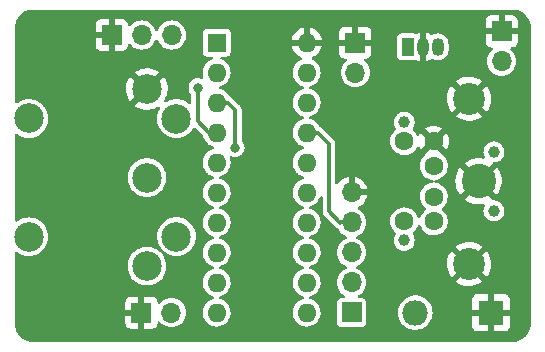
<source format=gbr>
%TF.GenerationSoftware,KiCad,Pcbnew,(6.0.0)*%
%TF.CreationDate,2022-10-20T13:44:37-04:00*%
%TF.ProjectId,TandyKey-A,54616e64-794b-4657-992d-412e6b696361,rev?*%
%TF.SameCoordinates,Original*%
%TF.FileFunction,Copper,L1,Top*%
%TF.FilePolarity,Positive*%
%FSLAX46Y46*%
G04 Gerber Fmt 4.6, Leading zero omitted, Abs format (unit mm)*
G04 Created by KiCad (PCBNEW (6.0.0)) date 2022-10-20 13:44:37*
%MOMM*%
%LPD*%
G01*
G04 APERTURE LIST*
%TA.AperFunction,WasherPad*%
%ADD10C,2.499360*%
%TD*%
%TA.AperFunction,ComponentPad*%
%ADD11C,2.499360*%
%TD*%
%TA.AperFunction,ComponentPad*%
%ADD12R,1.700000X1.700000*%
%TD*%
%TA.AperFunction,ComponentPad*%
%ADD13O,1.700000X1.700000*%
%TD*%
%TA.AperFunction,ComponentPad*%
%ADD14R,2.159000X2.159000*%
%TD*%
%TA.AperFunction,ComponentPad*%
%ADD15O,2.159000X2.159000*%
%TD*%
%TA.AperFunction,ComponentPad*%
%ADD16R,1.050000X1.500000*%
%TD*%
%TA.AperFunction,ComponentPad*%
%ADD17O,1.050000X1.500000*%
%TD*%
%TA.AperFunction,ComponentPad*%
%ADD18R,1.600000X1.600000*%
%TD*%
%TA.AperFunction,ComponentPad*%
%ADD19O,1.600000X1.600000*%
%TD*%
%TA.AperFunction,ComponentPad*%
%ADD20C,2.700000*%
%TD*%
%TA.AperFunction,ComponentPad*%
%ADD21C,2.899999*%
%TD*%
%TA.AperFunction,ComponentPad*%
%ADD22C,1.600000*%
%TD*%
%TA.AperFunction,ComponentPad*%
%ADD23C,1.000000*%
%TD*%
%TA.AperFunction,ViaPad*%
%ADD24C,0.800000*%
%TD*%
%TA.AperFunction,Conductor*%
%ADD25C,0.304800*%
%TD*%
G04 APERTURE END LIST*
D10*
%TO.P,J1,*%
%TO.N,*%
X106349800Y-101203760D03*
X106349800Y-91201240D03*
D11*
%TO.P,J1,1,Pin_1*%
%TO.N,KBD_DTA*%
X116344700Y-103700580D03*
%TO.P,J1,2,Pin_2*%
%TO.N,Net-(J1-Pad2)*%
X116347240Y-96202500D03*
%TO.P,J1,3,Pin_3*%
%TO.N,GND*%
X116344700Y-88704420D03*
%TO.P,J1,4,Pin_4*%
%TO.N,KBD_CLK*%
X118846600Y-101198680D03*
%TO.P,J1,5,Pin_5*%
%TO.N,+5V*%
X118846600Y-91206320D03*
%TD*%
D12*
%TO.P,J5,1,Pin_1*%
%TO.N,GND*%
X113362500Y-84137500D03*
D13*
%TO.P,J5,2,Pin_2*%
%TO.N,BSL_TX*%
X115902500Y-84137500D03*
%TO.P,J5,3,Pin_3*%
%TO.N,Net-(J5-Pad3)*%
X118442500Y-84137500D03*
%TD*%
D14*
%TO.P,SW1,1,1*%
%TO.N,GND*%
X145465000Y-107632500D03*
D15*
%TO.P,SW1,2,2*%
%TO.N,_RST*%
X139065000Y-107632500D03*
%TD*%
D16*
%TO.P,U2,1,VO*%
%TO.N,+3V3*%
X138430000Y-85132500D03*
D17*
%TO.P,U2,2,GND*%
%TO.N,GND*%
X139700000Y-85132500D03*
%TO.P,U2,3,VI*%
%TO.N,+5V*%
X140970000Y-85132500D03*
%TD*%
D18*
%TO.P,U1,1,DVCC*%
%TO.N,+3V3*%
X122247508Y-84777504D03*
D19*
%TO.P,U1,2,TA0CLK/ACLK/CA0/P1.0*%
%TO.N,KBD_BSY*%
X122247508Y-87317504D03*
%TO.P,U1,3,TA0.0/UCA0RXD/UCA0SOMI/P1.1*%
%TO.N,BSL_TX*%
X122247508Y-89857504D03*
%TO.P,U1,4,TA0.1/UCA0TXD/UCA0SIMO/P1.2*%
%TO.N,Net-(J5-Pad3)*%
X122247508Y-92397504D03*
%TO.P,U1,5,P1.3*%
%TO.N,KBD_CLK*%
X122247508Y-94937504D03*
%TO.P,U1,6,TCK/SMCLK/UCB0STE/UCA0CLK/P1.4*%
%TO.N,KBD_DTA*%
X122247508Y-97477504D03*
%TO.P,U1,7,TMS/TA0.0/UCB0CLK/UCA0STE/P1.5*%
%TO.N,BSL_RX*%
X122247508Y-100017504D03*
%TO.P,U1,8,P2.0/TA1.0*%
%TO.N,Net-(R8-Pad1)*%
X122247508Y-102557504D03*
%TO.P,U1,9,P2.1/TA1.1*%
%TO.N,unconnected-(U1-Pad9)*%
X122247508Y-105097504D03*
%TO.P,U1,10,P2.2/TA1.1*%
%TO.N,unconnected-(U1-Pad10)*%
X122247508Y-107637504D03*
%TO.P,U1,11,P2.3/TA1.0*%
%TO.N,unconnected-(U1-Pad11)*%
X129867508Y-107637504D03*
%TO.P,U1,12,P2.4/TA1.2*%
%TO.N,unconnected-(U1-Pad12)*%
X129867508Y-105097504D03*
%TO.P,U1,13,P2.5/TA1.2*%
%TO.N,unconnected-(U1-Pad13)*%
X129867508Y-102557504D03*
%TO.P,U1,14,TDI/TCLK/TA0.1/UCB0SOMI/UCB0SCL/P1.6*%
%TO.N,PS2_DTA*%
X129867508Y-100017504D03*
%TO.P,U1,15,TDO/TDI/UCB0SIMO/UCB0SDA/P1.7*%
%TO.N,PS2_CLK*%
X129867508Y-97477504D03*
%TO.P,U1,16,~{RST}/NMI/SBWTDIO*%
%TO.N,_RST*%
X129867508Y-94937504D03*
%TO.P,U1,17,TEST/SBWTCK*%
%TO.N,TEST*%
X129867508Y-92397504D03*
%TO.P,U1,18,P2.7/XOUT*%
%TO.N,Net-(R3-Pad1)*%
X129867508Y-89857504D03*
%TO.P,U1,19,P2.6/XIN/TA0.1*%
%TO.N,unconnected-(U1-Pad19)*%
X129867508Y-87317504D03*
%TO.P,U1,20,DVSS*%
%TO.N,GND*%
X129867508Y-84777504D03*
%TD*%
D20*
%TO.P,J2,0*%
%TO.N,GND*%
X143625000Y-103520001D03*
X143625000Y-89519999D03*
D21*
X144425000Y-96520000D03*
D22*
%TO.P,J2,1*%
%TO.N,PS2_DTA*%
X140625000Y-95220000D03*
%TO.P,J2,2*%
%TO.N,unconnected-(J2-Pad2)*%
X140625000Y-97820000D03*
%TO.P,J2,3*%
%TO.N,GND*%
X140625000Y-93120000D03*
%TO.P,J2,4*%
%TO.N,+5V*%
X140625000Y-99920000D03*
%TO.P,J2,5*%
%TO.N,PS2_CLK*%
X138125000Y-93120000D03*
%TO.P,J2,6*%
%TO.N,unconnected-(J2-Pad6)*%
X138125000Y-99920000D03*
D23*
%TO.P,J2,M1*%
%TO.N,N/C*%
X145725000Y-94020000D03*
%TO.P,J2,M2*%
X145725000Y-99020000D03*
%TO.P,J2,M3*%
X138125000Y-91520000D03*
%TO.P,J2,M4*%
X138125000Y-101520000D03*
%TD*%
D12*
%TO.P,D1,1,Pin_1*%
%TO.N,GND*%
X133985000Y-84772500D03*
D13*
%TO.P,D1,2,Pin_2*%
%TO.N,Net-(D1-Pad2)*%
X133985000Y-87312500D03*
%TD*%
D12*
%TO.P,J3,1,Pin_1*%
%TO.N,_RST*%
X133667500Y-107627500D03*
D13*
%TO.P,J3,2,Pin_2*%
%TO.N,BSL_RX*%
X133667500Y-105087500D03*
%TO.P,J3,3,Pin_3*%
%TO.N,BSL_TX*%
X133667500Y-102547500D03*
%TO.P,J3,4,Pin_4*%
%TO.N,TEST*%
X133667500Y-100007500D03*
%TO.P,J3,5,Pin_5*%
%TO.N,GND*%
X133667500Y-97467500D03*
%TD*%
D12*
%TO.P,J4,1,Pin_1*%
%TO.N,GND*%
X146367500Y-83820000D03*
D13*
%TO.P,J4,2,Pin_2*%
%TO.N,+5V*%
X146367500Y-86360000D03*
%TD*%
D12*
%TO.P,D2,1,Pin_1*%
%TO.N,GND*%
X115882500Y-107632500D03*
D13*
%TO.P,D2,2,Pin_2*%
%TO.N,Net-(D2-Pad2)*%
X118422500Y-107632500D03*
%TD*%
D24*
%TO.N,GND*%
X127270002Y-88629998D03*
%TO.N,Net-(J5-Pad3)*%
X120650000Y-88582500D03*
%TO.N,BSL_TX*%
X123825000Y-93662500D03*
%TD*%
D25*
%TO.N,TEST*%
X130815004Y-92397504D02*
X131762500Y-93345000D01*
X131762500Y-93345000D02*
X131762500Y-99060000D01*
X129867508Y-92397504D02*
X130815004Y-92397504D01*
X133667500Y-100007500D02*
X132720000Y-100007500D01*
X132715000Y-100012500D02*
X131762500Y-99060000D01*
X132720000Y-100007500D02*
X132715000Y-100012500D01*
%TO.N,Net-(J5-Pad3)*%
X120650000Y-91440000D02*
X120650000Y-88582500D01*
X121602500Y-92392500D02*
X120650000Y-91440000D01*
%TO.N,BSL_TX*%
X123190000Y-89852500D02*
X123825000Y-90487500D01*
X123184996Y-89857504D02*
X123190000Y-89852500D01*
X123825000Y-90487500D02*
X123825000Y-93662500D01*
X122247508Y-89857504D02*
X123184996Y-89857504D01*
%TD*%
%TA.AperFunction,Conductor*%
%TO.N,GND*%
G36*
X147299809Y-81980051D02*
G01*
X147310206Y-81981698D01*
X147310207Y-81981698D01*
X147320000Y-81983249D01*
X147329796Y-81981697D01*
X147339021Y-81981697D01*
X147355073Y-81981008D01*
X147527906Y-81993370D01*
X147545693Y-81995927D01*
X147697608Y-82028975D01*
X147740552Y-82038317D01*
X147757801Y-82043381D01*
X147944654Y-82113074D01*
X147961003Y-82120541D01*
X148136026Y-82216111D01*
X148151150Y-82225830D01*
X148310796Y-82345340D01*
X148324382Y-82357113D01*
X148465387Y-82498118D01*
X148477160Y-82511704D01*
X148596670Y-82671350D01*
X148606389Y-82686474D01*
X148701959Y-82861497D01*
X148709426Y-82877846D01*
X148767613Y-83033851D01*
X148779119Y-83064700D01*
X148784183Y-83081948D01*
X148819182Y-83242831D01*
X148826572Y-83276803D01*
X148829130Y-83294594D01*
X148838676Y-83428048D01*
X148841492Y-83467424D01*
X148840803Y-83483479D01*
X148840803Y-83492704D01*
X148839251Y-83502500D01*
X148840802Y-83512293D01*
X148840802Y-83512294D01*
X148842449Y-83522691D01*
X148844000Y-83542402D01*
X148844000Y-108545098D01*
X148842449Y-108564808D01*
X148839251Y-108585000D01*
X148840803Y-108594796D01*
X148840803Y-108604021D01*
X148841492Y-108620073D01*
X148829168Y-108792380D01*
X148829131Y-108792902D01*
X148826573Y-108810693D01*
X148808446Y-108894018D01*
X148784183Y-109005552D01*
X148779119Y-109022800D01*
X148710621Y-109206452D01*
X148709428Y-109209650D01*
X148701959Y-109226003D01*
X148606389Y-109401026D01*
X148596670Y-109416150D01*
X148477160Y-109575796D01*
X148465387Y-109589382D01*
X148324382Y-109730387D01*
X148310796Y-109742160D01*
X148151150Y-109861670D01*
X148136026Y-109871389D01*
X147961003Y-109966959D01*
X147944654Y-109974426D01*
X147783111Y-110034679D01*
X147757800Y-110044119D01*
X147740551Y-110049183D01*
X147545693Y-110091573D01*
X147527906Y-110094130D01*
X147355073Y-110106492D01*
X147339021Y-110105803D01*
X147329796Y-110105803D01*
X147320000Y-110104251D01*
X147310207Y-110105802D01*
X147310206Y-110105802D01*
X147299809Y-110107449D01*
X147280098Y-110109000D01*
X106719902Y-110109000D01*
X106700191Y-110107449D01*
X106689794Y-110105802D01*
X106689793Y-110105802D01*
X106680000Y-110104251D01*
X106670204Y-110105803D01*
X106660979Y-110105803D01*
X106644927Y-110106492D01*
X106472094Y-110094130D01*
X106454307Y-110091573D01*
X106259449Y-110049183D01*
X106242200Y-110044119D01*
X106216889Y-110034679D01*
X106055346Y-109974426D01*
X106038997Y-109966959D01*
X105863974Y-109871389D01*
X105848850Y-109861670D01*
X105689204Y-109742160D01*
X105675618Y-109730387D01*
X105534613Y-109589382D01*
X105522840Y-109575796D01*
X105403330Y-109416150D01*
X105393611Y-109401026D01*
X105298041Y-109226003D01*
X105290572Y-109209650D01*
X105289380Y-109206452D01*
X105220881Y-109022800D01*
X105215817Y-109005552D01*
X105191554Y-108894018D01*
X105173427Y-108810693D01*
X105170869Y-108792902D01*
X105170832Y-108792380D01*
X105158508Y-108620073D01*
X105159197Y-108604021D01*
X105159197Y-108594796D01*
X105160749Y-108585000D01*
X105157551Y-108564808D01*
X105156000Y-108545098D01*
X105156000Y-108527169D01*
X114524501Y-108527169D01*
X114524871Y-108533990D01*
X114530395Y-108584852D01*
X114534021Y-108600104D01*
X114579176Y-108720554D01*
X114587714Y-108736149D01*
X114664215Y-108838224D01*
X114676776Y-108850785D01*
X114778851Y-108927286D01*
X114794446Y-108935824D01*
X114914894Y-108980978D01*
X114930149Y-108984605D01*
X114981014Y-108990131D01*
X114987828Y-108990500D01*
X115610385Y-108990500D01*
X115625624Y-108986025D01*
X115626829Y-108984635D01*
X115628500Y-108976952D01*
X115628500Y-108972384D01*
X116136500Y-108972384D01*
X116140975Y-108987623D01*
X116142365Y-108988828D01*
X116150048Y-108990499D01*
X116777169Y-108990499D01*
X116783990Y-108990129D01*
X116834852Y-108984605D01*
X116850104Y-108980979D01*
X116970554Y-108935824D01*
X116986149Y-108927286D01*
X117088224Y-108850785D01*
X117100785Y-108838224D01*
X117177286Y-108736149D01*
X117185824Y-108720554D01*
X117230978Y-108600106D01*
X117234605Y-108584851D01*
X117240131Y-108533986D01*
X117240500Y-108527172D01*
X117240500Y-108491105D01*
X117260502Y-108422984D01*
X117314158Y-108376491D01*
X117384432Y-108366387D01*
X117449012Y-108395881D01*
X117469712Y-108418833D01*
X117475513Y-108427117D01*
X117627883Y-108579487D01*
X117632391Y-108582644D01*
X117632394Y-108582646D01*
X117776036Y-108683225D01*
X117804398Y-108703084D01*
X117809380Y-108705407D01*
X117809385Y-108705410D01*
X117989556Y-108789425D01*
X117999693Y-108794152D01*
X118005001Y-108795574D01*
X118005003Y-108795575D01*
X118202520Y-108848499D01*
X118202522Y-108848499D01*
X118207835Y-108849923D01*
X118422500Y-108868704D01*
X118637165Y-108849923D01*
X118642478Y-108848499D01*
X118642480Y-108848499D01*
X118839997Y-108795575D01*
X118839999Y-108795574D01*
X118845307Y-108794152D01*
X118855444Y-108789425D01*
X119035615Y-108705410D01*
X119035620Y-108705407D01*
X119040602Y-108703084D01*
X119068964Y-108683225D01*
X119212606Y-108582646D01*
X119212609Y-108582644D01*
X119217117Y-108579487D01*
X119369487Y-108427117D01*
X119379974Y-108412141D01*
X119489927Y-108255111D01*
X119489928Y-108255109D01*
X119493084Y-108250602D01*
X119495407Y-108245620D01*
X119495410Y-108245615D01*
X119581829Y-108060289D01*
X119581830Y-108060287D01*
X119584152Y-108055307D01*
X119591473Y-108027987D01*
X119638499Y-107852480D01*
X119638499Y-107852478D01*
X119639923Y-107847165D01*
X119658704Y-107632500D01*
X119639923Y-107417835D01*
X119634218Y-107396543D01*
X119585575Y-107215003D01*
X119585574Y-107215001D01*
X119584152Y-107209693D01*
X119574478Y-107188947D01*
X119495410Y-107019385D01*
X119495407Y-107019380D01*
X119493084Y-107014398D01*
X119440806Y-106939737D01*
X119372646Y-106842394D01*
X119372644Y-106842391D01*
X119369487Y-106837883D01*
X119217117Y-106685513D01*
X119212609Y-106682356D01*
X119212606Y-106682354D01*
X119045111Y-106565073D01*
X119045109Y-106565072D01*
X119040602Y-106561916D01*
X119035620Y-106559593D01*
X119035615Y-106559590D01*
X118850289Y-106473171D01*
X118850287Y-106473170D01*
X118845307Y-106470848D01*
X118839999Y-106469426D01*
X118839997Y-106469425D01*
X118642480Y-106416501D01*
X118642478Y-106416501D01*
X118637165Y-106415077D01*
X118422500Y-106396296D01*
X118207835Y-106415077D01*
X118202522Y-106416501D01*
X118202520Y-106416501D01*
X118005003Y-106469425D01*
X118005001Y-106469426D01*
X117999693Y-106470848D01*
X117994713Y-106473170D01*
X117994711Y-106473171D01*
X117809385Y-106559590D01*
X117809380Y-106559593D01*
X117804398Y-106561916D01*
X117799891Y-106565072D01*
X117799889Y-106565073D01*
X117632394Y-106682354D01*
X117632391Y-106682356D01*
X117627883Y-106685513D01*
X117475513Y-106837883D01*
X117472353Y-106842396D01*
X117469713Y-106846166D01*
X117414257Y-106890495D01*
X117343638Y-106897806D01*
X117280277Y-106865776D01*
X117244291Y-106804575D01*
X117240499Y-106773897D01*
X117240499Y-106737831D01*
X117240129Y-106731010D01*
X117234605Y-106680148D01*
X117230979Y-106664896D01*
X117185824Y-106544446D01*
X117177286Y-106528851D01*
X117100785Y-106426776D01*
X117088224Y-106414215D01*
X116986149Y-106337714D01*
X116970554Y-106329176D01*
X116850106Y-106284022D01*
X116834851Y-106280395D01*
X116783986Y-106274869D01*
X116777172Y-106274500D01*
X116154615Y-106274500D01*
X116139376Y-106278975D01*
X116138171Y-106280365D01*
X116136500Y-106288048D01*
X116136500Y-108972384D01*
X115628500Y-108972384D01*
X115628500Y-107904615D01*
X115624025Y-107889376D01*
X115622635Y-107888171D01*
X115614952Y-107886500D01*
X114542616Y-107886500D01*
X114527377Y-107890975D01*
X114526172Y-107892365D01*
X114524501Y-107900048D01*
X114524501Y-108527169D01*
X105156000Y-108527169D01*
X105156000Y-107360385D01*
X114524500Y-107360385D01*
X114528975Y-107375624D01*
X114530365Y-107376829D01*
X114538048Y-107378500D01*
X115610385Y-107378500D01*
X115625624Y-107374025D01*
X115626829Y-107372635D01*
X115628500Y-107364952D01*
X115628500Y-106292616D01*
X115624025Y-106277377D01*
X115622635Y-106276172D01*
X115614952Y-106274501D01*
X114987831Y-106274501D01*
X114981010Y-106274871D01*
X114930148Y-106280395D01*
X114914896Y-106284021D01*
X114794446Y-106329176D01*
X114778851Y-106337714D01*
X114676776Y-106414215D01*
X114664215Y-106426776D01*
X114587714Y-106528851D01*
X114579176Y-106544446D01*
X114534022Y-106664894D01*
X114530395Y-106680149D01*
X114524869Y-106731014D01*
X114524500Y-106737828D01*
X114524500Y-107360385D01*
X105156000Y-107360385D01*
X105156000Y-103700580D01*
X114708476Y-103700580D01*
X114728621Y-103956542D01*
X114729775Y-103961349D01*
X114729776Y-103961355D01*
X114748722Y-104040270D01*
X114788559Y-104206201D01*
X114790452Y-104210772D01*
X114790453Y-104210774D01*
X114828878Y-104303539D01*
X114886814Y-104443410D01*
X115020967Y-104662328D01*
X115024179Y-104666088D01*
X115024182Y-104666093D01*
X115172680Y-104839961D01*
X115187715Y-104857565D01*
X115191477Y-104860778D01*
X115379187Y-105021098D01*
X115379192Y-105021101D01*
X115382952Y-105024313D01*
X115601870Y-105158466D01*
X115606440Y-105160359D01*
X115606444Y-105160361D01*
X115657370Y-105181455D01*
X115839079Y-105256721D01*
X115925026Y-105277355D01*
X116083925Y-105315504D01*
X116083931Y-105315505D01*
X116088738Y-105316659D01*
X116344700Y-105336804D01*
X116600662Y-105316659D01*
X116605469Y-105315505D01*
X116605475Y-105315504D01*
X116764374Y-105277355D01*
X116850321Y-105256721D01*
X117032030Y-105181455D01*
X117082956Y-105160361D01*
X117082960Y-105160359D01*
X117087530Y-105158466D01*
X117306448Y-105024313D01*
X117310208Y-105021101D01*
X117310213Y-105021098D01*
X117497923Y-104860778D01*
X117501685Y-104857565D01*
X117516720Y-104839961D01*
X117665218Y-104666093D01*
X117665221Y-104666088D01*
X117668433Y-104662328D01*
X117802586Y-104443410D01*
X117860523Y-104303539D01*
X117898947Y-104210774D01*
X117898948Y-104210772D01*
X117900841Y-104206201D01*
X117940678Y-104040270D01*
X117959624Y-103961355D01*
X117959625Y-103961349D01*
X117960779Y-103956542D01*
X117980924Y-103700580D01*
X117960779Y-103444618D01*
X117959625Y-103439811D01*
X117959624Y-103439805D01*
X117907944Y-103224546D01*
X117900841Y-103194959D01*
X117882544Y-103150785D01*
X117804481Y-102962324D01*
X117804479Y-102962320D01*
X117802586Y-102957750D01*
X117668433Y-102738832D01*
X117665221Y-102735072D01*
X117665218Y-102735067D01*
X117504898Y-102547357D01*
X117501685Y-102543595D01*
X117423518Y-102476834D01*
X117310213Y-102380062D01*
X117310208Y-102380059D01*
X117306448Y-102376847D01*
X117087530Y-102242694D01*
X117082960Y-102240801D01*
X117082956Y-102240799D01*
X116854894Y-102146333D01*
X116854892Y-102146332D01*
X116850321Y-102144439D01*
X116702487Y-102108947D01*
X116605475Y-102085656D01*
X116605469Y-102085655D01*
X116600662Y-102084501D01*
X116344700Y-102064356D01*
X116088738Y-102084501D01*
X116083931Y-102085655D01*
X116083925Y-102085656D01*
X115986913Y-102108947D01*
X115839079Y-102144439D01*
X115834508Y-102146332D01*
X115834506Y-102146333D01*
X115606444Y-102240799D01*
X115606440Y-102240801D01*
X115601870Y-102242694D01*
X115382952Y-102376847D01*
X115379192Y-102380059D01*
X115379187Y-102380062D01*
X115265882Y-102476834D01*
X115187715Y-102543595D01*
X115184502Y-102547357D01*
X115024182Y-102735067D01*
X115024179Y-102735072D01*
X115020967Y-102738832D01*
X114886814Y-102957750D01*
X114884921Y-102962320D01*
X114884919Y-102962324D01*
X114806856Y-103150785D01*
X114788559Y-103194959D01*
X114781456Y-103224546D01*
X114729776Y-103439805D01*
X114729775Y-103439811D01*
X114728621Y-103444618D01*
X114708476Y-103700580D01*
X105156000Y-103700580D01*
X105156000Y-102602616D01*
X105176002Y-102534495D01*
X105229658Y-102488002D01*
X105299932Y-102477898D01*
X105363829Y-102506805D01*
X105388052Y-102527493D01*
X105606970Y-102661646D01*
X105611540Y-102663539D01*
X105611544Y-102663541D01*
X105839606Y-102758007D01*
X105844179Y-102759901D01*
X105875748Y-102767480D01*
X106089025Y-102818684D01*
X106089031Y-102818685D01*
X106093838Y-102819839D01*
X106349800Y-102839984D01*
X106605762Y-102819839D01*
X106610569Y-102818685D01*
X106610575Y-102818684D01*
X106823852Y-102767480D01*
X106855421Y-102759901D01*
X106859994Y-102758007D01*
X107088056Y-102663541D01*
X107088060Y-102663539D01*
X107092630Y-102661646D01*
X107311548Y-102527493D01*
X107315308Y-102524281D01*
X107315313Y-102524278D01*
X107503023Y-102363958D01*
X107506785Y-102360745D01*
X107554156Y-102305281D01*
X107670318Y-102169273D01*
X107670321Y-102169268D01*
X107673533Y-102165508D01*
X107807686Y-101946590D01*
X107809791Y-101941510D01*
X107904047Y-101713954D01*
X107904048Y-101713952D01*
X107905941Y-101709381D01*
X107965879Y-101459722D01*
X107986024Y-101203760D01*
X107985624Y-101198680D01*
X117210376Y-101198680D01*
X117230521Y-101454642D01*
X117231675Y-101459449D01*
X117231676Y-101459455D01*
X117241475Y-101500270D01*
X117290459Y-101704301D01*
X117292352Y-101708872D01*
X117292353Y-101708874D01*
X117385763Y-101934385D01*
X117388714Y-101941510D01*
X117522867Y-102160428D01*
X117526079Y-102164188D01*
X117526082Y-102164193D01*
X117595337Y-102245280D01*
X117689615Y-102355665D01*
X117693377Y-102358878D01*
X117881087Y-102519198D01*
X117881092Y-102519201D01*
X117884852Y-102522413D01*
X118103770Y-102656566D01*
X118108340Y-102658459D01*
X118108344Y-102658461D01*
X118336406Y-102752927D01*
X118340979Y-102754821D01*
X118428137Y-102775746D01*
X118585825Y-102813604D01*
X118585831Y-102813605D01*
X118590638Y-102814759D01*
X118846600Y-102834904D01*
X119102562Y-102814759D01*
X119107369Y-102813605D01*
X119107375Y-102813604D01*
X119265063Y-102775746D01*
X119352221Y-102754821D01*
X119356794Y-102752927D01*
X119584856Y-102658461D01*
X119584860Y-102658459D01*
X119589430Y-102656566D01*
X119808348Y-102522413D01*
X119812108Y-102519201D01*
X119812113Y-102519198D01*
X119999823Y-102358878D01*
X120003585Y-102355665D01*
X120097863Y-102245280D01*
X120167118Y-102164193D01*
X120167121Y-102164188D01*
X120170333Y-102160428D01*
X120304486Y-101941510D01*
X120307438Y-101934385D01*
X120400847Y-101708874D01*
X120400848Y-101708872D01*
X120402741Y-101704301D01*
X120451725Y-101500270D01*
X120461524Y-101459455D01*
X120461525Y-101459449D01*
X120462679Y-101454642D01*
X120482824Y-101198680D01*
X120462679Y-100942718D01*
X120461525Y-100937911D01*
X120461524Y-100937905D01*
X120405116Y-100702951D01*
X120402741Y-100693059D01*
X120376667Y-100630111D01*
X120306381Y-100460424D01*
X120306379Y-100460420D01*
X120304486Y-100455850D01*
X120298296Y-100445748D01*
X120281802Y-100418833D01*
X120170333Y-100236932D01*
X120167121Y-100233172D01*
X120167118Y-100233167D01*
X120006798Y-100045457D01*
X120003585Y-100041695D01*
X119932177Y-99980707D01*
X119812113Y-99878162D01*
X119812108Y-99878159D01*
X119808348Y-99874947D01*
X119589430Y-99740794D01*
X119584860Y-99738901D01*
X119584856Y-99738899D01*
X119356794Y-99644433D01*
X119356792Y-99644432D01*
X119352221Y-99642539D01*
X119265063Y-99621614D01*
X119107375Y-99583756D01*
X119107369Y-99583755D01*
X119102562Y-99582601D01*
X118846600Y-99562456D01*
X118590638Y-99582601D01*
X118585831Y-99583755D01*
X118585825Y-99583756D01*
X118428137Y-99621614D01*
X118340979Y-99642539D01*
X118336408Y-99644432D01*
X118336406Y-99644433D01*
X118108344Y-99738899D01*
X118108340Y-99738901D01*
X118103770Y-99740794D01*
X117884852Y-99874947D01*
X117881092Y-99878159D01*
X117881087Y-99878162D01*
X117761023Y-99980707D01*
X117689615Y-100041695D01*
X117686402Y-100045457D01*
X117526082Y-100233167D01*
X117526079Y-100233172D01*
X117522867Y-100236932D01*
X117411398Y-100418833D01*
X117394905Y-100445748D01*
X117388714Y-100455850D01*
X117386821Y-100460420D01*
X117386819Y-100460424D01*
X117316533Y-100630111D01*
X117290459Y-100693059D01*
X117288084Y-100702951D01*
X117231676Y-100937905D01*
X117231675Y-100937911D01*
X117230521Y-100942718D01*
X117210376Y-101198680D01*
X107985624Y-101198680D01*
X107965879Y-100947798D01*
X107964725Y-100942991D01*
X107964724Y-100942985D01*
X107907096Y-100702951D01*
X107905941Y-100698139D01*
X107903837Y-100693059D01*
X107809581Y-100465504D01*
X107809579Y-100465500D01*
X107807686Y-100460930D01*
X107673533Y-100242012D01*
X107670321Y-100238252D01*
X107670318Y-100238247D01*
X107509998Y-100050537D01*
X107506785Y-100046775D01*
X107460800Y-100007500D01*
X107315313Y-99883242D01*
X107315308Y-99883239D01*
X107311548Y-99880027D01*
X107092630Y-99745874D01*
X107088060Y-99743981D01*
X107088056Y-99743979D01*
X106859994Y-99649513D01*
X106859992Y-99649512D01*
X106855421Y-99647619D01*
X106768263Y-99626694D01*
X106610575Y-99588836D01*
X106610569Y-99588835D01*
X106605762Y-99587681D01*
X106349800Y-99567536D01*
X106093838Y-99587681D01*
X106089031Y-99588835D01*
X106089025Y-99588836D01*
X105931337Y-99626694D01*
X105844179Y-99647619D01*
X105839608Y-99649512D01*
X105839606Y-99649513D01*
X105611544Y-99743979D01*
X105611540Y-99743981D01*
X105606970Y-99745874D01*
X105388052Y-99880027D01*
X105363829Y-99900715D01*
X105299042Y-99929746D01*
X105228842Y-99919142D01*
X105175519Y-99872267D01*
X105156000Y-99804904D01*
X105156000Y-96202500D01*
X114711016Y-96202500D01*
X114731161Y-96458462D01*
X114732315Y-96463269D01*
X114732316Y-96463275D01*
X114754500Y-96555676D01*
X114791099Y-96708121D01*
X114792992Y-96712692D01*
X114792993Y-96712694D01*
X114879842Y-96922365D01*
X114889354Y-96945330D01*
X115023507Y-97164248D01*
X115026719Y-97168008D01*
X115026722Y-97168013D01*
X115111247Y-97266979D01*
X115190255Y-97359485D01*
X115194017Y-97362698D01*
X115381727Y-97523018D01*
X115381732Y-97523021D01*
X115385492Y-97526233D01*
X115604410Y-97660386D01*
X115608980Y-97662279D01*
X115608984Y-97662281D01*
X115817829Y-97748787D01*
X115841619Y-97758641D01*
X115928777Y-97779566D01*
X116086465Y-97817424D01*
X116086471Y-97817425D01*
X116091278Y-97818579D01*
X116347240Y-97838724D01*
X116603202Y-97818579D01*
X116608009Y-97817425D01*
X116608015Y-97817424D01*
X116765703Y-97779566D01*
X116852861Y-97758641D01*
X116876651Y-97748787D01*
X117085496Y-97662281D01*
X117085500Y-97662279D01*
X117090070Y-97660386D01*
X117308988Y-97526233D01*
X117312748Y-97523021D01*
X117312753Y-97523018D01*
X117500463Y-97362698D01*
X117504225Y-97359485D01*
X117583233Y-97266979D01*
X117667758Y-97168013D01*
X117667761Y-97168008D01*
X117670973Y-97164248D01*
X117805126Y-96945330D01*
X117814639Y-96922365D01*
X117901487Y-96712694D01*
X117901488Y-96712692D01*
X117903381Y-96708121D01*
X117939980Y-96555676D01*
X117962164Y-96463275D01*
X117962165Y-96463269D01*
X117963319Y-96458462D01*
X117983464Y-96202500D01*
X117963319Y-95946538D01*
X117962165Y-95941731D01*
X117962164Y-95941725D01*
X117921438Y-95772092D01*
X117903381Y-95696879D01*
X117901487Y-95692306D01*
X117807021Y-95464244D01*
X117807019Y-95464240D01*
X117805126Y-95459670D01*
X117670973Y-95240752D01*
X117667761Y-95236992D01*
X117667758Y-95236987D01*
X117507438Y-95049277D01*
X117504225Y-95045515D01*
X117448832Y-94998205D01*
X117312753Y-94881982D01*
X117312748Y-94881979D01*
X117308988Y-94878767D01*
X117090070Y-94744614D01*
X117085500Y-94742721D01*
X117085496Y-94742719D01*
X116857434Y-94648253D01*
X116857432Y-94648252D01*
X116852861Y-94646359D01*
X116718993Y-94614220D01*
X116608015Y-94587576D01*
X116608009Y-94587575D01*
X116603202Y-94586421D01*
X116347240Y-94566276D01*
X116091278Y-94586421D01*
X116086471Y-94587575D01*
X116086465Y-94587576D01*
X115975487Y-94614220D01*
X115841619Y-94646359D01*
X115837048Y-94648252D01*
X115837046Y-94648253D01*
X115608984Y-94742719D01*
X115608980Y-94742721D01*
X115604410Y-94744614D01*
X115385492Y-94878767D01*
X115381732Y-94881979D01*
X115381727Y-94881982D01*
X115245648Y-94998205D01*
X115190255Y-95045515D01*
X115187042Y-95049277D01*
X115026722Y-95236987D01*
X115026719Y-95236992D01*
X115023507Y-95240752D01*
X114889354Y-95459670D01*
X114887461Y-95464240D01*
X114887459Y-95464244D01*
X114792993Y-95692306D01*
X114791099Y-95696879D01*
X114773042Y-95772092D01*
X114732316Y-95941725D01*
X114732315Y-95941731D01*
X114731161Y-95946538D01*
X114711016Y-96202500D01*
X105156000Y-96202500D01*
X105156000Y-92600096D01*
X105176002Y-92531975D01*
X105229658Y-92485482D01*
X105299932Y-92475378D01*
X105363829Y-92504285D01*
X105388052Y-92524973D01*
X105606970Y-92659126D01*
X105611540Y-92661019D01*
X105611544Y-92661021D01*
X105839606Y-92755487D01*
X105844179Y-92757381D01*
X105870150Y-92763616D01*
X106089025Y-92816164D01*
X106089031Y-92816165D01*
X106093838Y-92817319D01*
X106349800Y-92837464D01*
X106605762Y-92817319D01*
X106610569Y-92816165D01*
X106610575Y-92816164D01*
X106829450Y-92763616D01*
X106855421Y-92757381D01*
X106859994Y-92755487D01*
X107088056Y-92661021D01*
X107088060Y-92661019D01*
X107092630Y-92659126D01*
X107311548Y-92524973D01*
X107315308Y-92521761D01*
X107315313Y-92521758D01*
X107503023Y-92361438D01*
X107506785Y-92358225D01*
X107549885Y-92307761D01*
X107670318Y-92166753D01*
X107670321Y-92166748D01*
X107673533Y-92162988D01*
X107807686Y-91944070D01*
X107810071Y-91938314D01*
X107904047Y-91711434D01*
X107904048Y-91711432D01*
X107905941Y-91706861D01*
X107929636Y-91608163D01*
X107964724Y-91462015D01*
X107964725Y-91462009D01*
X107965879Y-91457202D01*
X107986024Y-91201240D01*
X107965879Y-90945278D01*
X107964725Y-90940471D01*
X107964724Y-90940465D01*
X107907346Y-90701471D01*
X107905941Y-90695619D01*
X107900109Y-90681539D01*
X107809581Y-90462984D01*
X107809579Y-90462980D01*
X107807686Y-90458410D01*
X107673533Y-90239492D01*
X107670321Y-90235732D01*
X107670318Y-90235727D01*
X107565776Y-90113324D01*
X115300541Y-90113324D01*
X115309254Y-90124844D01*
X115406889Y-90196432D01*
X115414799Y-90201375D01*
X115637718Y-90318658D01*
X115646281Y-90322381D01*
X115884087Y-90405428D01*
X115893096Y-90407842D01*
X116140579Y-90454828D01*
X116149834Y-90455882D01*
X116401546Y-90465772D01*
X116410860Y-90465446D01*
X116661257Y-90438024D01*
X116670434Y-90436323D01*
X116914026Y-90372191D01*
X116922845Y-90369154D01*
X117154292Y-90269716D01*
X117162558Y-90265413D01*
X117271774Y-90197829D01*
X117340226Y-90178992D01*
X117407995Y-90200154D01*
X117453566Y-90254595D01*
X117462469Y-90325031D01*
X117445509Y-90370809D01*
X117388714Y-90463490D01*
X117386821Y-90468060D01*
X117386819Y-90468064D01*
X117300833Y-90675653D01*
X117290459Y-90700699D01*
X117283639Y-90729107D01*
X117231676Y-90945545D01*
X117231675Y-90945551D01*
X117230521Y-90950358D01*
X117210376Y-91206320D01*
X117230521Y-91462282D01*
X117290459Y-91711941D01*
X117292352Y-91716512D01*
X117292353Y-91716514D01*
X117386610Y-91944070D01*
X117388714Y-91949150D01*
X117522867Y-92168068D01*
X117526079Y-92171828D01*
X117526082Y-92171833D01*
X117635050Y-92299418D01*
X117689615Y-92363305D01*
X117693377Y-92366518D01*
X117881087Y-92526838D01*
X117881092Y-92526841D01*
X117884852Y-92530053D01*
X118103770Y-92664206D01*
X118108340Y-92666099D01*
X118108344Y-92666101D01*
X118331503Y-92758536D01*
X118340979Y-92762461D01*
X118428137Y-92783386D01*
X118585825Y-92821244D01*
X118585831Y-92821245D01*
X118590638Y-92822399D01*
X118846600Y-92842544D01*
X119102562Y-92822399D01*
X119107369Y-92821245D01*
X119107375Y-92821244D01*
X119265063Y-92783386D01*
X119352221Y-92762461D01*
X119361697Y-92758536D01*
X119584856Y-92666101D01*
X119584860Y-92666099D01*
X119589430Y-92664206D01*
X119808348Y-92530053D01*
X119812108Y-92526841D01*
X119812113Y-92526838D01*
X119999823Y-92366518D01*
X120003585Y-92363305D01*
X120058150Y-92299418D01*
X120167118Y-92171833D01*
X120167121Y-92171828D01*
X120170333Y-92168068D01*
X120258825Y-92023662D01*
X120311473Y-91976031D01*
X120381514Y-91964424D01*
X120446712Y-91992527D01*
X120455353Y-92000402D01*
X121063814Y-92608863D01*
X121096842Y-92666943D01*
X121129005Y-92793587D01*
X121219915Y-92990785D01*
X121345239Y-93168114D01*
X121407769Y-93229028D01*
X121474756Y-93294284D01*
X121500780Y-93319636D01*
X121505576Y-93322841D01*
X121505579Y-93322843D01*
X121627974Y-93404624D01*
X121681330Y-93440275D01*
X121686633Y-93442553D01*
X121686636Y-93442555D01*
X121875533Y-93523712D01*
X121880840Y-93525992D01*
X121954256Y-93542604D01*
X121955329Y-93542847D01*
X122017355Y-93577390D01*
X122050860Y-93639983D01*
X122045206Y-93710754D01*
X122002187Y-93767234D01*
X121951633Y-93788740D01*
X121951676Y-93788900D01*
X121950543Y-93789204D01*
X121948859Y-93789920D01*
X121940403Y-93791373D01*
X121736680Y-93866531D01*
X121550064Y-93977555D01*
X121545724Y-93981361D01*
X121545720Y-93981364D01*
X121409649Y-94100696D01*
X121386806Y-94120729D01*
X121383231Y-94125264D01*
X121383230Y-94125265D01*
X121258036Y-94284073D01*
X121252373Y-94291256D01*
X121249685Y-94296365D01*
X121153957Y-94478314D01*
X121153955Y-94478319D01*
X121151268Y-94483426D01*
X121086875Y-94690804D01*
X121061353Y-94906443D01*
X121075555Y-95123123D01*
X121129005Y-95333587D01*
X121219915Y-95530785D01*
X121345239Y-95708114D01*
X121349373Y-95712141D01*
X121458037Y-95817997D01*
X121500780Y-95859636D01*
X121505576Y-95862841D01*
X121505579Y-95862843D01*
X121630839Y-95946538D01*
X121681330Y-95980275D01*
X121686633Y-95982553D01*
X121686636Y-95982555D01*
X121864626Y-96059026D01*
X121880840Y-96065992D01*
X121954256Y-96082604D01*
X121955329Y-96082847D01*
X122017355Y-96117390D01*
X122050860Y-96179983D01*
X122045206Y-96250754D01*
X122002187Y-96307234D01*
X121951633Y-96328740D01*
X121951676Y-96328900D01*
X121950543Y-96329204D01*
X121948859Y-96329920D01*
X121948295Y-96330017D01*
X121940403Y-96331373D01*
X121736680Y-96406531D01*
X121550064Y-96517555D01*
X121545724Y-96521361D01*
X121545720Y-96521364D01*
X121445828Y-96608968D01*
X121386806Y-96660729D01*
X121383231Y-96665264D01*
X121383230Y-96665265D01*
X121290115Y-96783381D01*
X121252373Y-96831256D01*
X121249685Y-96836365D01*
X121153957Y-97018314D01*
X121153955Y-97018319D01*
X121151268Y-97023426D01*
X121086875Y-97230804D01*
X121061353Y-97446443D01*
X121075555Y-97663123D01*
X121129005Y-97873587D01*
X121219915Y-98070785D01*
X121345239Y-98248114D01*
X121500780Y-98399636D01*
X121505576Y-98402841D01*
X121505579Y-98402843D01*
X121611411Y-98473557D01*
X121681330Y-98520275D01*
X121686633Y-98522553D01*
X121686636Y-98522555D01*
X121875533Y-98603712D01*
X121880840Y-98605992D01*
X121954256Y-98622604D01*
X121955329Y-98622847D01*
X122017355Y-98657390D01*
X122050860Y-98719983D01*
X122045206Y-98790754D01*
X122002187Y-98847234D01*
X121951633Y-98868740D01*
X121951676Y-98868900D01*
X121950543Y-98869204D01*
X121948859Y-98869920D01*
X121940403Y-98871373D01*
X121736680Y-98946531D01*
X121550064Y-99057555D01*
X121545724Y-99061361D01*
X121545720Y-99061364D01*
X121412964Y-99177789D01*
X121386806Y-99200729D01*
X121383231Y-99205264D01*
X121383230Y-99205265D01*
X121262051Y-99358980D01*
X121252373Y-99371256D01*
X121249685Y-99376365D01*
X121153957Y-99558314D01*
X121153955Y-99558319D01*
X121151268Y-99563426D01*
X121086875Y-99770804D01*
X121061353Y-99986443D01*
X121075555Y-100203123D01*
X121129005Y-100413587D01*
X121219915Y-100610785D01*
X121345239Y-100788114D01*
X121500780Y-100939636D01*
X121505576Y-100942841D01*
X121505579Y-100942843D01*
X121597075Y-101003978D01*
X121681330Y-101060275D01*
X121686633Y-101062553D01*
X121686636Y-101062555D01*
X121784752Y-101104709D01*
X121880840Y-101145992D01*
X121940480Y-101159487D01*
X121955329Y-101162847D01*
X122017355Y-101197390D01*
X122050860Y-101259983D01*
X122045206Y-101330754D01*
X122002187Y-101387234D01*
X121951633Y-101408740D01*
X121951676Y-101408900D01*
X121950543Y-101409204D01*
X121948859Y-101409920D01*
X121940403Y-101411373D01*
X121736680Y-101486531D01*
X121550064Y-101597555D01*
X121545724Y-101601361D01*
X121545720Y-101601364D01*
X121422551Y-101709381D01*
X121386806Y-101740729D01*
X121383231Y-101745264D01*
X121383230Y-101745265D01*
X121377225Y-101752883D01*
X121252373Y-101911256D01*
X121249685Y-101916365D01*
X121153957Y-102098314D01*
X121153955Y-102098319D01*
X121151268Y-102103426D01*
X121086875Y-102310804D01*
X121061353Y-102526443D01*
X121075555Y-102743123D01*
X121129005Y-102953587D01*
X121219915Y-103150785D01*
X121345239Y-103328114D01*
X121363614Y-103346014D01*
X121459893Y-103439805D01*
X121500780Y-103479636D01*
X121505576Y-103482841D01*
X121505579Y-103482843D01*
X121647597Y-103577735D01*
X121681330Y-103600275D01*
X121686633Y-103602553D01*
X121686636Y-103602555D01*
X121875533Y-103683712D01*
X121880840Y-103685992D01*
X121923523Y-103695650D01*
X121955329Y-103702847D01*
X122017355Y-103737390D01*
X122050860Y-103799983D01*
X122045206Y-103870754D01*
X122002187Y-103927234D01*
X121951633Y-103948740D01*
X121951676Y-103948900D01*
X121950543Y-103949204D01*
X121948859Y-103949920D01*
X121940403Y-103951373D01*
X121736680Y-104026531D01*
X121550064Y-104137555D01*
X121545724Y-104141361D01*
X121545720Y-104141364D01*
X121436861Y-104236832D01*
X121386806Y-104280729D01*
X121383231Y-104285264D01*
X121383230Y-104285265D01*
X121377225Y-104292883D01*
X121252373Y-104451256D01*
X121249685Y-104456365D01*
X121153957Y-104638314D01*
X121153955Y-104638319D01*
X121151268Y-104643426D01*
X121086875Y-104850804D01*
X121061353Y-105066443D01*
X121075555Y-105283123D01*
X121129005Y-105493587D01*
X121219915Y-105690785D01*
X121345239Y-105868114D01*
X121500780Y-106019636D01*
X121505576Y-106022841D01*
X121505579Y-106022843D01*
X121620569Y-106099676D01*
X121681330Y-106140275D01*
X121686633Y-106142553D01*
X121686636Y-106142555D01*
X121875533Y-106223712D01*
X121880840Y-106225992D01*
X121954256Y-106242604D01*
X121955329Y-106242847D01*
X122017355Y-106277390D01*
X122050860Y-106339983D01*
X122045206Y-106410754D01*
X122002187Y-106467234D01*
X121951633Y-106488740D01*
X121951676Y-106488900D01*
X121950543Y-106489204D01*
X121948859Y-106489920D01*
X121940403Y-106491373D01*
X121736680Y-106566531D01*
X121550064Y-106677555D01*
X121545724Y-106681361D01*
X121545720Y-106681364D01*
X121472077Y-106745948D01*
X121386806Y-106820729D01*
X121252373Y-106991256D01*
X121249685Y-106996365D01*
X121153957Y-107178314D01*
X121153955Y-107178319D01*
X121151268Y-107183426D01*
X121086875Y-107390804D01*
X121061353Y-107606443D01*
X121075555Y-107823123D01*
X121129005Y-108033587D01*
X121219915Y-108230785D01*
X121345239Y-108408114D01*
X121410914Y-108472092D01*
X121458229Y-108518184D01*
X121500780Y-108559636D01*
X121505576Y-108562841D01*
X121505579Y-108562843D01*
X121591235Y-108620076D01*
X121681330Y-108680275D01*
X121686633Y-108682553D01*
X121686636Y-108682555D01*
X121811379Y-108736149D01*
X121880840Y-108765992D01*
X121958293Y-108783518D01*
X122086994Y-108812640D01*
X122086999Y-108812641D01*
X122092631Y-108813915D01*
X122098402Y-108814142D01*
X122098404Y-108814142D01*
X122164797Y-108816750D01*
X122309608Y-108822440D01*
X122417056Y-108806861D01*
X122518791Y-108792110D01*
X122518796Y-108792109D01*
X122524505Y-108791281D01*
X122529969Y-108789426D01*
X122529974Y-108789425D01*
X122724658Y-108723338D01*
X122730126Y-108721482D01*
X122919584Y-108615381D01*
X123086534Y-108476530D01*
X123225385Y-108309580D01*
X123331486Y-108120122D01*
X123362762Y-108027987D01*
X123399429Y-107919970D01*
X123399430Y-107919965D01*
X123401285Y-107914501D01*
X123402719Y-107904615D01*
X123420992Y-107778583D01*
X123432444Y-107699604D01*
X123434070Y-107637504D01*
X123414201Y-107421270D01*
X123411734Y-107412520D01*
X123356827Y-107217838D01*
X123355259Y-107212278D01*
X123331978Y-107165068D01*
X123261772Y-107022706D01*
X123259218Y-107017527D01*
X123129295Y-106843539D01*
X123011016Y-106734203D01*
X122974081Y-106700060D01*
X122974078Y-106700058D01*
X122969841Y-106696141D01*
X122786196Y-106580270D01*
X122584510Y-106499805D01*
X122578845Y-106498678D01*
X122578841Y-106498677D01*
X122546252Y-106492195D01*
X122483342Y-106459288D01*
X122448210Y-106397593D01*
X122452010Y-106326698D01*
X122493535Y-106269112D01*
X122530332Y-106249303D01*
X122599004Y-106225992D01*
X122730126Y-106181482D01*
X122919584Y-106075381D01*
X122939824Y-106058548D01*
X123082096Y-105940221D01*
X123086534Y-105936530D01*
X123225385Y-105769580D01*
X123331486Y-105580122D01*
X123362762Y-105487987D01*
X123399429Y-105379970D01*
X123399430Y-105379965D01*
X123401285Y-105374501D01*
X123404798Y-105350277D01*
X123420992Y-105238583D01*
X123432444Y-105159604D01*
X123434070Y-105097504D01*
X123414201Y-104881270D01*
X123407516Y-104857565D01*
X123356827Y-104677838D01*
X123355259Y-104672278D01*
X123259218Y-104477527D01*
X123129295Y-104303539D01*
X122969841Y-104156141D01*
X122786196Y-104040270D01*
X122584510Y-103959805D01*
X122578845Y-103958678D01*
X122578841Y-103958677D01*
X122546252Y-103952195D01*
X122483342Y-103919288D01*
X122448210Y-103857593D01*
X122452010Y-103786698D01*
X122493535Y-103729112D01*
X122530332Y-103709303D01*
X122541506Y-103705510D01*
X122730126Y-103641482D01*
X122919584Y-103535381D01*
X123086534Y-103396530D01*
X123225385Y-103229580D01*
X123331486Y-103040122D01*
X123401285Y-102834501D01*
X123403579Y-102818684D01*
X123427085Y-102656566D01*
X123432444Y-102619604D01*
X123434070Y-102557504D01*
X123419609Y-102400127D01*
X123414730Y-102347024D01*
X123414729Y-102347021D01*
X123414201Y-102341270D01*
X123407228Y-102316543D01*
X123356827Y-102137838D01*
X123355259Y-102132278D01*
X123259218Y-101937527D01*
X123129295Y-101763539D01*
X122969841Y-101616141D01*
X122786196Y-101500270D01*
X122584510Y-101419805D01*
X122578845Y-101418678D01*
X122578841Y-101418677D01*
X122546252Y-101412195D01*
X122483342Y-101379288D01*
X122448210Y-101317593D01*
X122452010Y-101246698D01*
X122493535Y-101189112D01*
X122530332Y-101169303D01*
X122540746Y-101165768D01*
X122730126Y-101101482D01*
X122919584Y-100995381D01*
X123086534Y-100856530D01*
X123225385Y-100689580D01*
X123331486Y-100500122D01*
X123373669Y-100375856D01*
X123399429Y-100299970D01*
X123399430Y-100299965D01*
X123401285Y-100294501D01*
X123405271Y-100267015D01*
X123431911Y-100083278D01*
X123432444Y-100079604D01*
X123434070Y-100017504D01*
X123420971Y-99874947D01*
X123414730Y-99807024D01*
X123414729Y-99807021D01*
X123414201Y-99801270D01*
X123407228Y-99776543D01*
X123356827Y-99597838D01*
X123355259Y-99592278D01*
X123259218Y-99397527D01*
X123141033Y-99239258D01*
X123132748Y-99228163D01*
X123132747Y-99228162D01*
X123129295Y-99223539D01*
X123004047Y-99107761D01*
X122974081Y-99080060D01*
X122974078Y-99080058D01*
X122969841Y-99076141D01*
X122786196Y-98960270D01*
X122584510Y-98879805D01*
X122578845Y-98878678D01*
X122578841Y-98878677D01*
X122546252Y-98872195D01*
X122483342Y-98839288D01*
X122448210Y-98777593D01*
X122452010Y-98706698D01*
X122493535Y-98649112D01*
X122530332Y-98629303D01*
X122599004Y-98605992D01*
X122730126Y-98561482D01*
X122919584Y-98455381D01*
X123086534Y-98316530D01*
X123225385Y-98149580D01*
X123331486Y-97960122D01*
X123363287Y-97866439D01*
X123399429Y-97759970D01*
X123399430Y-97759965D01*
X123401285Y-97754501D01*
X123405523Y-97725278D01*
X123420992Y-97618583D01*
X123432444Y-97539604D01*
X123434070Y-97477504D01*
X123414201Y-97261270D01*
X123407228Y-97236543D01*
X123356827Y-97057838D01*
X123355259Y-97052278D01*
X123259218Y-96857527D01*
X123129295Y-96683539D01*
X122969841Y-96536141D01*
X122786196Y-96420270D01*
X122584510Y-96339805D01*
X122578845Y-96338678D01*
X122578841Y-96338677D01*
X122546252Y-96332195D01*
X122483342Y-96299288D01*
X122448210Y-96237593D01*
X122452010Y-96166698D01*
X122493535Y-96109112D01*
X122530332Y-96089303D01*
X122599004Y-96065992D01*
X122730126Y-96021482D01*
X122919584Y-95915381D01*
X123086534Y-95776530D01*
X123225385Y-95609580D01*
X123331486Y-95420122D01*
X123363287Y-95326439D01*
X123399429Y-95219970D01*
X123399430Y-95219965D01*
X123401285Y-95214501D01*
X123404156Y-95194705D01*
X123431006Y-95009520D01*
X123432444Y-94999604D01*
X123434070Y-94937504D01*
X123420479Y-94789595D01*
X123414730Y-94727024D01*
X123414729Y-94727021D01*
X123414201Y-94721270D01*
X123412632Y-94715706D01*
X123362538Y-94538085D01*
X123363298Y-94467093D01*
X123402319Y-94407781D01*
X123467212Y-94378982D01*
X123527727Y-94385786D01*
X123628140Y-94423129D01*
X123628142Y-94423129D01*
X123634742Y-94425584D01*
X123641725Y-94426516D01*
X123641726Y-94426516D01*
X123801549Y-94447842D01*
X123801553Y-94447842D01*
X123808530Y-94448773D01*
X123815541Y-94448135D01*
X123815545Y-94448135D01*
X123953105Y-94435615D01*
X123983137Y-94432882D01*
X123989839Y-94430704D01*
X123989841Y-94430704D01*
X124143185Y-94380880D01*
X124143188Y-94380879D01*
X124149884Y-94378703D01*
X124300484Y-94288927D01*
X124305578Y-94284076D01*
X124305582Y-94284073D01*
X124389689Y-94203978D01*
X124427452Y-94168017D01*
X124508959Y-94045339D01*
X124520576Y-94027854D01*
X124520577Y-94027852D01*
X124524477Y-94021982D01*
X124586737Y-93858081D01*
X124599505Y-93767234D01*
X124610587Y-93688383D01*
X124610588Y-93688375D01*
X124611138Y-93684459D01*
X124611445Y-93662500D01*
X124595610Y-93521329D01*
X124592686Y-93495261D01*
X124592686Y-93495260D01*
X124591901Y-93488264D01*
X124589540Y-93481482D01*
X124536557Y-93329335D01*
X124536556Y-93329333D01*
X124534242Y-93322688D01*
X124487314Y-93247587D01*
X124445065Y-93179974D01*
X124445062Y-93179970D01*
X124441332Y-93174001D01*
X124433119Y-93165730D01*
X124395495Y-93127844D01*
X124361687Y-93065414D01*
X124358900Y-93039059D01*
X124358900Y-90502134D01*
X124359011Y-90496857D01*
X124360314Y-90465772D01*
X124361529Y-90436784D01*
X124354741Y-90407842D01*
X124351932Y-90395866D01*
X124349769Y-90384194D01*
X124345234Y-90351084D01*
X124345233Y-90351081D01*
X124344068Y-90342574D01*
X124340657Y-90334692D01*
X124340656Y-90334688D01*
X124338412Y-90329502D01*
X124331379Y-90308239D01*
X124328126Y-90294369D01*
X124323990Y-90286846D01*
X124323988Y-90286840D01*
X124307878Y-90257535D01*
X124302657Y-90246878D01*
X124289386Y-90216211D01*
X124289385Y-90216209D01*
X124285973Y-90208325D01*
X124277004Y-90197249D01*
X124264519Y-90178667D01*
X124260837Y-90171970D01*
X124257655Y-90166182D01*
X124250865Y-90158317D01*
X124227211Y-90134663D01*
X124218386Y-90124862D01*
X124199324Y-90101322D01*
X124199323Y-90101321D01*
X124193916Y-90094644D01*
X124186914Y-90089668D01*
X124186912Y-90089666D01*
X124179300Y-90084257D01*
X124163194Y-90070646D01*
X123584974Y-89492426D01*
X123578698Y-89485674D01*
X123546395Y-89448250D01*
X123539239Y-89443496D01*
X123539236Y-89443493D01*
X123502740Y-89419245D01*
X123496286Y-89414659D01*
X123461402Y-89388180D01*
X123454558Y-89382985D01*
X123446569Y-89379822D01*
X123439254Y-89375700D01*
X123431706Y-89372051D01*
X123424555Y-89367300D01*
X123416390Y-89364647D01*
X123416388Y-89364646D01*
X123374716Y-89351106D01*
X123367268Y-89348424D01*
X123346106Y-89340045D01*
X123290132Y-89296370D01*
X123279486Y-89278624D01*
X123261775Y-89242711D01*
X123261772Y-89242706D01*
X123259218Y-89237527D01*
X123129295Y-89063539D01*
X122969841Y-88916141D01*
X122786196Y-88800270D01*
X122584510Y-88719805D01*
X122578845Y-88718678D01*
X122578841Y-88718677D01*
X122546252Y-88712195D01*
X122483342Y-88679288D01*
X122448210Y-88617593D01*
X122452010Y-88546698D01*
X122493535Y-88489112D01*
X122530332Y-88469303D01*
X122599004Y-88445992D01*
X122730126Y-88401482D01*
X122919584Y-88295381D01*
X123086534Y-88156530D01*
X123225385Y-87989580D01*
X123331486Y-87800122D01*
X123370612Y-87684861D01*
X123399429Y-87599970D01*
X123399430Y-87599965D01*
X123401285Y-87594501D01*
X123403762Y-87577423D01*
X123431911Y-87383278D01*
X123432444Y-87379604D01*
X123434070Y-87317504D01*
X123414201Y-87101270D01*
X123411734Y-87092520D01*
X123356827Y-86897838D01*
X123355259Y-86892278D01*
X123259218Y-86697527D01*
X123190318Y-86605259D01*
X123132748Y-86528163D01*
X123132747Y-86528162D01*
X123129295Y-86523539D01*
X122969841Y-86376141D01*
X122786196Y-86260270D01*
X122640227Y-86202034D01*
X122584367Y-86158213D01*
X122561067Y-86091149D01*
X122577723Y-86022134D01*
X122629047Y-85973079D01*
X122686917Y-85959004D01*
X123083666Y-85959004D01*
X123088214Y-85958334D01*
X123088221Y-85958334D01*
X123148967Y-85949392D01*
X123148969Y-85949391D01*
X123158652Y-85947966D01*
X123209068Y-85923213D01*
X123263311Y-85896581D01*
X123263312Y-85896580D01*
X123272659Y-85891991D01*
X123362388Y-85802105D01*
X123418163Y-85688001D01*
X123427299Y-85625379D01*
X123428348Y-85618188D01*
X123428348Y-85618184D01*
X123429008Y-85613662D01*
X123429008Y-85044026D01*
X128584781Y-85044026D01*
X128632272Y-85221265D01*
X128636018Y-85231557D01*
X128728094Y-85429015D01*
X128733577Y-85438511D01*
X128858536Y-85616971D01*
X128865592Y-85625379D01*
X129019633Y-85779420D01*
X129028041Y-85786476D01*
X129206501Y-85911435D01*
X129215997Y-85916918D01*
X129398777Y-86002149D01*
X129452062Y-86049066D01*
X129471523Y-86117343D01*
X129450981Y-86185303D01*
X129396958Y-86231369D01*
X129389140Y-86234555D01*
X129362099Y-86244531D01*
X129362092Y-86244535D01*
X129356680Y-86246531D01*
X129170064Y-86357555D01*
X129165724Y-86361361D01*
X129165720Y-86361364D01*
X129011147Y-86496922D01*
X129006806Y-86500729D01*
X128872373Y-86671256D01*
X128869685Y-86676365D01*
X128773957Y-86858314D01*
X128773955Y-86858319D01*
X128771268Y-86863426D01*
X128706875Y-87070804D01*
X128681353Y-87286443D01*
X128695555Y-87503123D01*
X128749005Y-87713587D01*
X128839915Y-87910785D01*
X128965239Y-88088114D01*
X129120780Y-88239636D01*
X129125576Y-88242841D01*
X129125579Y-88242843D01*
X129235097Y-88316020D01*
X129301330Y-88360275D01*
X129306633Y-88362553D01*
X129306636Y-88362555D01*
X129422988Y-88412544D01*
X129500840Y-88445992D01*
X129574256Y-88462604D01*
X129575329Y-88462847D01*
X129637355Y-88497390D01*
X129670860Y-88559983D01*
X129665206Y-88630754D01*
X129622187Y-88687234D01*
X129571633Y-88708740D01*
X129571676Y-88708900D01*
X129570543Y-88709204D01*
X129568859Y-88709920D01*
X129560403Y-88711373D01*
X129356680Y-88786531D01*
X129170064Y-88897555D01*
X129165724Y-88901361D01*
X129165720Y-88901364D01*
X129011147Y-89036922D01*
X129006806Y-89040729D01*
X129003231Y-89045264D01*
X129003230Y-89045265D01*
X128877957Y-89204173D01*
X128872373Y-89211256D01*
X128869685Y-89216365D01*
X128773957Y-89398314D01*
X128773955Y-89398319D01*
X128771268Y-89403426D01*
X128706875Y-89610804D01*
X128681353Y-89826443D01*
X128695555Y-90043123D01*
X128749005Y-90253587D01*
X128839915Y-90450785D01*
X128965239Y-90628114D01*
X129020081Y-90681539D01*
X129110470Y-90769592D01*
X129120780Y-90779636D01*
X129125576Y-90782841D01*
X129125579Y-90782843D01*
X129243013Y-90861309D01*
X129301330Y-90900275D01*
X129306633Y-90902553D01*
X129306636Y-90902555D01*
X129417900Y-90950358D01*
X129500840Y-90985992D01*
X129536695Y-90994105D01*
X129575329Y-91002847D01*
X129637355Y-91037390D01*
X129670860Y-91099983D01*
X129665206Y-91170754D01*
X129622187Y-91227234D01*
X129571633Y-91248740D01*
X129571676Y-91248900D01*
X129570543Y-91249204D01*
X129568859Y-91249920D01*
X129560403Y-91251373D01*
X129356680Y-91326531D01*
X129170064Y-91437555D01*
X129165724Y-91441361D01*
X129165720Y-91441364D01*
X129076054Y-91520000D01*
X129006806Y-91580729D01*
X129003231Y-91585264D01*
X129003230Y-91585265D01*
X128903367Y-91711941D01*
X128872373Y-91751256D01*
X128869685Y-91756365D01*
X128773957Y-91938314D01*
X128773955Y-91938319D01*
X128771268Y-91943426D01*
X128706875Y-92150804D01*
X128681353Y-92366443D01*
X128695555Y-92583123D01*
X128749005Y-92793587D01*
X128839915Y-92990785D01*
X128965239Y-93168114D01*
X129027769Y-93229028D01*
X129094756Y-93294284D01*
X129120780Y-93319636D01*
X129125576Y-93322841D01*
X129125579Y-93322843D01*
X129247974Y-93404624D01*
X129301330Y-93440275D01*
X129306633Y-93442553D01*
X129306636Y-93442555D01*
X129495533Y-93523712D01*
X129500840Y-93525992D01*
X129574256Y-93542604D01*
X129575329Y-93542847D01*
X129637355Y-93577390D01*
X129670860Y-93639983D01*
X129665206Y-93710754D01*
X129622187Y-93767234D01*
X129571633Y-93788740D01*
X129571676Y-93788900D01*
X129570543Y-93789204D01*
X129568859Y-93789920D01*
X129560403Y-93791373D01*
X129356680Y-93866531D01*
X129170064Y-93977555D01*
X129165724Y-93981361D01*
X129165720Y-93981364D01*
X129029649Y-94100696D01*
X129006806Y-94120729D01*
X129003231Y-94125264D01*
X129003230Y-94125265D01*
X128878036Y-94284073D01*
X128872373Y-94291256D01*
X128869685Y-94296365D01*
X128773957Y-94478314D01*
X128773955Y-94478319D01*
X128771268Y-94483426D01*
X128706875Y-94690804D01*
X128681353Y-94906443D01*
X128695555Y-95123123D01*
X128749005Y-95333587D01*
X128839915Y-95530785D01*
X128965239Y-95708114D01*
X128969373Y-95712141D01*
X129078037Y-95817997D01*
X129120780Y-95859636D01*
X129125576Y-95862841D01*
X129125579Y-95862843D01*
X129250839Y-95946538D01*
X129301330Y-95980275D01*
X129306633Y-95982553D01*
X129306636Y-95982555D01*
X129484626Y-96059026D01*
X129500840Y-96065992D01*
X129574256Y-96082604D01*
X129575329Y-96082847D01*
X129637355Y-96117390D01*
X129670860Y-96179983D01*
X129665206Y-96250754D01*
X129622187Y-96307234D01*
X129571633Y-96328740D01*
X129571676Y-96328900D01*
X129570543Y-96329204D01*
X129568859Y-96329920D01*
X129568295Y-96330017D01*
X129560403Y-96331373D01*
X129356680Y-96406531D01*
X129170064Y-96517555D01*
X129165724Y-96521361D01*
X129165720Y-96521364D01*
X129065828Y-96608968D01*
X129006806Y-96660729D01*
X129003231Y-96665264D01*
X129003230Y-96665265D01*
X128910115Y-96783381D01*
X128872373Y-96831256D01*
X128869685Y-96836365D01*
X128773957Y-97018314D01*
X128773955Y-97018319D01*
X128771268Y-97023426D01*
X128706875Y-97230804D01*
X128681353Y-97446443D01*
X128695555Y-97663123D01*
X128749005Y-97873587D01*
X128839915Y-98070785D01*
X128965239Y-98248114D01*
X129120780Y-98399636D01*
X129125576Y-98402841D01*
X129125579Y-98402843D01*
X129231411Y-98473557D01*
X129301330Y-98520275D01*
X129306633Y-98522553D01*
X129306636Y-98522555D01*
X129495533Y-98603712D01*
X129500840Y-98605992D01*
X129574256Y-98622604D01*
X129575329Y-98622847D01*
X129637355Y-98657390D01*
X129670860Y-98719983D01*
X129665206Y-98790754D01*
X129622187Y-98847234D01*
X129571633Y-98868740D01*
X129571676Y-98868900D01*
X129570543Y-98869204D01*
X129568859Y-98869920D01*
X129560403Y-98871373D01*
X129356680Y-98946531D01*
X129170064Y-99057555D01*
X129165724Y-99061361D01*
X129165720Y-99061364D01*
X129032964Y-99177789D01*
X129006806Y-99200729D01*
X129003231Y-99205264D01*
X129003230Y-99205265D01*
X128882051Y-99358980D01*
X128872373Y-99371256D01*
X128869685Y-99376365D01*
X128773957Y-99558314D01*
X128773955Y-99558319D01*
X128771268Y-99563426D01*
X128706875Y-99770804D01*
X128681353Y-99986443D01*
X128695555Y-100203123D01*
X128749005Y-100413587D01*
X128839915Y-100610785D01*
X128965239Y-100788114D01*
X129120780Y-100939636D01*
X129125576Y-100942841D01*
X129125579Y-100942843D01*
X129217075Y-101003978D01*
X129301330Y-101060275D01*
X129306633Y-101062553D01*
X129306636Y-101062555D01*
X129404752Y-101104709D01*
X129500840Y-101145992D01*
X129560480Y-101159487D01*
X129575329Y-101162847D01*
X129637355Y-101197390D01*
X129670860Y-101259983D01*
X129665206Y-101330754D01*
X129622187Y-101387234D01*
X129571633Y-101408740D01*
X129571676Y-101408900D01*
X129570543Y-101409204D01*
X129568859Y-101409920D01*
X129560403Y-101411373D01*
X129356680Y-101486531D01*
X129170064Y-101597555D01*
X129165724Y-101601361D01*
X129165720Y-101601364D01*
X129042551Y-101709381D01*
X129006806Y-101740729D01*
X129003231Y-101745264D01*
X129003230Y-101745265D01*
X128997225Y-101752883D01*
X128872373Y-101911256D01*
X128869685Y-101916365D01*
X128773957Y-102098314D01*
X128773955Y-102098319D01*
X128771268Y-102103426D01*
X128706875Y-102310804D01*
X128681353Y-102526443D01*
X128695555Y-102743123D01*
X128749005Y-102953587D01*
X128839915Y-103150785D01*
X128965239Y-103328114D01*
X128983614Y-103346014D01*
X129079893Y-103439805D01*
X129120780Y-103479636D01*
X129125576Y-103482841D01*
X129125579Y-103482843D01*
X129267597Y-103577735D01*
X129301330Y-103600275D01*
X129306633Y-103602553D01*
X129306636Y-103602555D01*
X129495533Y-103683712D01*
X129500840Y-103685992D01*
X129543523Y-103695650D01*
X129575329Y-103702847D01*
X129637355Y-103737390D01*
X129670860Y-103799983D01*
X129665206Y-103870754D01*
X129622187Y-103927234D01*
X129571633Y-103948740D01*
X129571676Y-103948900D01*
X129570543Y-103949204D01*
X129568859Y-103949920D01*
X129560403Y-103951373D01*
X129356680Y-104026531D01*
X129170064Y-104137555D01*
X129165724Y-104141361D01*
X129165720Y-104141364D01*
X129056861Y-104236832D01*
X129006806Y-104280729D01*
X129003231Y-104285264D01*
X129003230Y-104285265D01*
X128997225Y-104292883D01*
X128872373Y-104451256D01*
X128869685Y-104456365D01*
X128773957Y-104638314D01*
X128773955Y-104638319D01*
X128771268Y-104643426D01*
X128706875Y-104850804D01*
X128681353Y-105066443D01*
X128695555Y-105283123D01*
X128749005Y-105493587D01*
X128839915Y-105690785D01*
X128965239Y-105868114D01*
X129120780Y-106019636D01*
X129125576Y-106022841D01*
X129125579Y-106022843D01*
X129240569Y-106099676D01*
X129301330Y-106140275D01*
X129306633Y-106142553D01*
X129306636Y-106142555D01*
X129495533Y-106223712D01*
X129500840Y-106225992D01*
X129574256Y-106242604D01*
X129575329Y-106242847D01*
X129637355Y-106277390D01*
X129670860Y-106339983D01*
X129665206Y-106410754D01*
X129622187Y-106467234D01*
X129571633Y-106488740D01*
X129571676Y-106488900D01*
X129570543Y-106489204D01*
X129568859Y-106489920D01*
X129560403Y-106491373D01*
X129356680Y-106566531D01*
X129170064Y-106677555D01*
X129165724Y-106681361D01*
X129165720Y-106681364D01*
X129092077Y-106745948D01*
X129006806Y-106820729D01*
X128872373Y-106991256D01*
X128869685Y-106996365D01*
X128773957Y-107178314D01*
X128773955Y-107178319D01*
X128771268Y-107183426D01*
X128706875Y-107390804D01*
X128681353Y-107606443D01*
X128695555Y-107823123D01*
X128749005Y-108033587D01*
X128839915Y-108230785D01*
X128965239Y-108408114D01*
X129030914Y-108472092D01*
X129078229Y-108518184D01*
X129120780Y-108559636D01*
X129125576Y-108562841D01*
X129125579Y-108562843D01*
X129211235Y-108620076D01*
X129301330Y-108680275D01*
X129306633Y-108682553D01*
X129306636Y-108682555D01*
X129431379Y-108736149D01*
X129500840Y-108765992D01*
X129578293Y-108783518D01*
X129706994Y-108812640D01*
X129706999Y-108812641D01*
X129712631Y-108813915D01*
X129718402Y-108814142D01*
X129718404Y-108814142D01*
X129784797Y-108816750D01*
X129929608Y-108822440D01*
X130037056Y-108806861D01*
X130138791Y-108792110D01*
X130138796Y-108792109D01*
X130144505Y-108791281D01*
X130149969Y-108789426D01*
X130149974Y-108789425D01*
X130344658Y-108723338D01*
X130350126Y-108721482D01*
X130539584Y-108615381D01*
X130706534Y-108476530D01*
X130845385Y-108309580D01*
X130951486Y-108120122D01*
X130982762Y-108027987D01*
X131019429Y-107919970D01*
X131019430Y-107919965D01*
X131021285Y-107914501D01*
X131022719Y-107904615D01*
X131040992Y-107778583D01*
X131052444Y-107699604D01*
X131054070Y-107637504D01*
X131034201Y-107421270D01*
X131031734Y-107412520D01*
X130976827Y-107217838D01*
X130975259Y-107212278D01*
X130951978Y-107165068D01*
X130881772Y-107022706D01*
X130879218Y-107017527D01*
X130749295Y-106843539D01*
X130631016Y-106734203D01*
X130594081Y-106700060D01*
X130594078Y-106700058D01*
X130589841Y-106696141D01*
X130406196Y-106580270D01*
X130204510Y-106499805D01*
X130198845Y-106498678D01*
X130198841Y-106498677D01*
X130166252Y-106492195D01*
X130103342Y-106459288D01*
X130068210Y-106397593D01*
X130072010Y-106326698D01*
X130113535Y-106269112D01*
X130150332Y-106249303D01*
X130219004Y-106225992D01*
X130350126Y-106181482D01*
X130539584Y-106075381D01*
X130559824Y-106058548D01*
X130702096Y-105940221D01*
X130706534Y-105936530D01*
X130845385Y-105769580D01*
X130951486Y-105580122D01*
X130982762Y-105487987D01*
X131019429Y-105379970D01*
X131019430Y-105379965D01*
X131021285Y-105374501D01*
X131024798Y-105350277D01*
X131040992Y-105238583D01*
X131052444Y-105159604D01*
X131054070Y-105097504D01*
X131034201Y-104881270D01*
X131027516Y-104857565D01*
X130976827Y-104677838D01*
X130975259Y-104672278D01*
X130879218Y-104477527D01*
X130749295Y-104303539D01*
X130589841Y-104156141D01*
X130406196Y-104040270D01*
X130204510Y-103959805D01*
X130198845Y-103958678D01*
X130198841Y-103958677D01*
X130166252Y-103952195D01*
X130103342Y-103919288D01*
X130068210Y-103857593D01*
X130072010Y-103786698D01*
X130113535Y-103729112D01*
X130150332Y-103709303D01*
X130161506Y-103705510D01*
X130350126Y-103641482D01*
X130539584Y-103535381D01*
X130706534Y-103396530D01*
X130845385Y-103229580D01*
X130951486Y-103040122D01*
X131021285Y-102834501D01*
X131023579Y-102818684D01*
X131047085Y-102656566D01*
X131052444Y-102619604D01*
X131054070Y-102557504D01*
X131039609Y-102400127D01*
X131034730Y-102347024D01*
X131034729Y-102347021D01*
X131034201Y-102341270D01*
X131027228Y-102316543D01*
X130976827Y-102137838D01*
X130975259Y-102132278D01*
X130879218Y-101937527D01*
X130749295Y-101763539D01*
X130589841Y-101616141D01*
X130406196Y-101500270D01*
X130204510Y-101419805D01*
X130198845Y-101418678D01*
X130198841Y-101418677D01*
X130166252Y-101412195D01*
X130103342Y-101379288D01*
X130068210Y-101317593D01*
X130072010Y-101246698D01*
X130113535Y-101189112D01*
X130150332Y-101169303D01*
X130160746Y-101165768D01*
X130350126Y-101101482D01*
X130539584Y-100995381D01*
X130706534Y-100856530D01*
X130845385Y-100689580D01*
X130951486Y-100500122D01*
X130993669Y-100375856D01*
X131019429Y-100299970D01*
X131019430Y-100299965D01*
X131021285Y-100294501D01*
X131025271Y-100267015D01*
X131051911Y-100083278D01*
X131052444Y-100079604D01*
X131054070Y-100017504D01*
X131040971Y-99874947D01*
X131034730Y-99807024D01*
X131034729Y-99807021D01*
X131034201Y-99801270D01*
X131027228Y-99776543D01*
X130976827Y-99597838D01*
X130975259Y-99592278D01*
X130879218Y-99397527D01*
X130761033Y-99239258D01*
X130752748Y-99228163D01*
X130752747Y-99228162D01*
X130749295Y-99223539D01*
X130624047Y-99107761D01*
X130594081Y-99080060D01*
X130594078Y-99080058D01*
X130589841Y-99076141D01*
X130406196Y-98960270D01*
X130204510Y-98879805D01*
X130198845Y-98878678D01*
X130198841Y-98878677D01*
X130166252Y-98872195D01*
X130103342Y-98839288D01*
X130068210Y-98777593D01*
X130072010Y-98706698D01*
X130113535Y-98649112D01*
X130150332Y-98629303D01*
X130219004Y-98605992D01*
X130350126Y-98561482D01*
X130539584Y-98455381D01*
X130706534Y-98316530D01*
X130845385Y-98149580D01*
X130951486Y-97960122D01*
X130983287Y-97866439D01*
X131024124Y-97808363D01*
X131089877Y-97781584D01*
X131159669Y-97794605D01*
X131211342Y-97843292D01*
X131228600Y-97906940D01*
X131228600Y-99045366D01*
X131228489Y-99050643D01*
X131225971Y-99110717D01*
X131235568Y-99151632D01*
X131237731Y-99163306D01*
X131240409Y-99182854D01*
X131243432Y-99204926D01*
X131246843Y-99212809D01*
X131246844Y-99212811D01*
X131249087Y-99217995D01*
X131256119Y-99239258D01*
X131257410Y-99244761D01*
X131257413Y-99244768D01*
X131259374Y-99253131D01*
X131263511Y-99260657D01*
X131263514Y-99260664D01*
X131279622Y-99289965D01*
X131284843Y-99300622D01*
X131301527Y-99339175D01*
X131310496Y-99350251D01*
X131322981Y-99368833D01*
X131329845Y-99381318D01*
X131336635Y-99389184D01*
X131360293Y-99412842D01*
X131369118Y-99422643D01*
X131393584Y-99452856D01*
X131400586Y-99457832D01*
X131400588Y-99457834D01*
X131408199Y-99463243D01*
X131424305Y-99476854D01*
X132320035Y-100372584D01*
X132326322Y-100379349D01*
X132358605Y-100416750D01*
X132365757Y-100421502D01*
X132365762Y-100421506D01*
X132402251Y-100445748D01*
X132408705Y-100450335D01*
X132443599Y-100476821D01*
X132450441Y-100482014D01*
X132458423Y-100485174D01*
X132465731Y-100489292D01*
X132473292Y-100492947D01*
X132480446Y-100497700D01*
X132495318Y-100502532D01*
X132553923Y-100542606D01*
X132570576Y-100569116D01*
X132594588Y-100620611D01*
X132594591Y-100620617D01*
X132596916Y-100625602D01*
X132600072Y-100630109D01*
X132600073Y-100630111D01*
X132713528Y-100792141D01*
X132720513Y-100802117D01*
X132872883Y-100954487D01*
X132877391Y-100957644D01*
X132877394Y-100957646D01*
X133023964Y-101060275D01*
X133049398Y-101078084D01*
X133054380Y-101080407D01*
X133054385Y-101080410D01*
X133232154Y-101163305D01*
X133285439Y-101210223D01*
X133304900Y-101278500D01*
X133284358Y-101346460D01*
X133232154Y-101391695D01*
X133054385Y-101474590D01*
X133054380Y-101474593D01*
X133049398Y-101476916D01*
X133044891Y-101480072D01*
X133044889Y-101480073D01*
X132877394Y-101597354D01*
X132877391Y-101597356D01*
X132872883Y-101600513D01*
X132720513Y-101752883D01*
X132717356Y-101757391D01*
X132717354Y-101757394D01*
X132612794Y-101906722D01*
X132596916Y-101929398D01*
X132594593Y-101934380D01*
X132594590Y-101934385D01*
X132508171Y-102119711D01*
X132505848Y-102124693D01*
X132504426Y-102130001D01*
X132504425Y-102130003D01*
X132462196Y-102287607D01*
X132450077Y-102332835D01*
X132431296Y-102547500D01*
X132450077Y-102762165D01*
X132451501Y-102767478D01*
X132451501Y-102767480D01*
X132502774Y-102958833D01*
X132505848Y-102970307D01*
X132508170Y-102975287D01*
X132508171Y-102975289D01*
X132594590Y-103160615D01*
X132594593Y-103160620D01*
X132596916Y-103165602D01*
X132600072Y-103170109D01*
X132600073Y-103170111D01*
X132713528Y-103332141D01*
X132720513Y-103342117D01*
X132872883Y-103494487D01*
X132877391Y-103497644D01*
X132877394Y-103497646D01*
X133023964Y-103600275D01*
X133049398Y-103618084D01*
X133054380Y-103620407D01*
X133054385Y-103620410D01*
X133232154Y-103703305D01*
X133285439Y-103750223D01*
X133304900Y-103818500D01*
X133284358Y-103886460D01*
X133232154Y-103931695D01*
X133054385Y-104014590D01*
X133054380Y-104014593D01*
X133049398Y-104016916D01*
X133044891Y-104020072D01*
X133044889Y-104020073D01*
X132877394Y-104137354D01*
X132877391Y-104137356D01*
X132872883Y-104140513D01*
X132720513Y-104292883D01*
X132717356Y-104297391D01*
X132717354Y-104297394D01*
X132615113Y-104443410D01*
X132596916Y-104469398D01*
X132594593Y-104474380D01*
X132594590Y-104474385D01*
X132508917Y-104658111D01*
X132505848Y-104664693D01*
X132504426Y-104670001D01*
X132504425Y-104670003D01*
X132451501Y-104867520D01*
X132450077Y-104872835D01*
X132431296Y-105087500D01*
X132450077Y-105302165D01*
X132451501Y-105307478D01*
X132451501Y-105307480D01*
X132502774Y-105498833D01*
X132505848Y-105510307D01*
X132508170Y-105515287D01*
X132508171Y-105515289D01*
X132594590Y-105700615D01*
X132594593Y-105700620D01*
X132596916Y-105705602D01*
X132600072Y-105710109D01*
X132600073Y-105710111D01*
X132713528Y-105872141D01*
X132720513Y-105882117D01*
X132872883Y-106034487D01*
X132877391Y-106037644D01*
X132877394Y-106037646D01*
X132965983Y-106099676D01*
X133049398Y-106158084D01*
X133054382Y-106160408D01*
X133055201Y-106160881D01*
X133104194Y-106212264D01*
X133117630Y-106281977D01*
X133091244Y-106347888D01*
X133033411Y-106389070D01*
X132992201Y-106396000D01*
X132781342Y-106396000D01*
X132776794Y-106396670D01*
X132776787Y-106396670D01*
X132716041Y-106405612D01*
X132716039Y-106405613D01*
X132706356Y-106407038D01*
X132697568Y-106411353D01*
X132697567Y-106411353D01*
X132601697Y-106458423D01*
X132601696Y-106458424D01*
X132592349Y-106463013D01*
X132502620Y-106552899D01*
X132498047Y-106562255D01*
X132498046Y-106562256D01*
X132490287Y-106578130D01*
X132446845Y-106667003D01*
X132445433Y-106676683D01*
X132436665Y-106736787D01*
X132436000Y-106741342D01*
X132436000Y-108513658D01*
X132436670Y-108518206D01*
X132436670Y-108518213D01*
X132445537Y-108578448D01*
X132447038Y-108588644D01*
X132451353Y-108597432D01*
X132451353Y-108597433D01*
X132491854Y-108679922D01*
X132503013Y-108702651D01*
X132510383Y-108710008D01*
X132557129Y-108756672D01*
X132592899Y-108792380D01*
X132602255Y-108796953D01*
X132602256Y-108796954D01*
X132637847Y-108814351D01*
X132707003Y-108848155D01*
X132739784Y-108852937D01*
X132776816Y-108858340D01*
X132776820Y-108858340D01*
X132781342Y-108859000D01*
X134553658Y-108859000D01*
X134558206Y-108858330D01*
X134558213Y-108858330D01*
X134618959Y-108849388D01*
X134618961Y-108849387D01*
X134628644Y-108847962D01*
X134658338Y-108833383D01*
X134733303Y-108796577D01*
X134733304Y-108796576D01*
X134742651Y-108791987D01*
X134787774Y-108746785D01*
X134825022Y-108709472D01*
X134832380Y-108702101D01*
X134888155Y-108587997D01*
X134896034Y-108533990D01*
X134898340Y-108518184D01*
X134898340Y-108518180D01*
X134899000Y-108513658D01*
X134899000Y-107596682D01*
X137599431Y-107596682D01*
X137599728Y-107601835D01*
X137599728Y-107601838D01*
X137601812Y-107637975D01*
X137613260Y-107836529D01*
X137614397Y-107841575D01*
X137614398Y-107841581D01*
X137637097Y-107942304D01*
X137666077Y-108070896D01*
X137668019Y-108075678D01*
X137668020Y-108075682D01*
X137707201Y-108172173D01*
X137756463Y-108293490D01*
X137759162Y-108297894D01*
X137870893Y-108480221D01*
X137881991Y-108498332D01*
X138039289Y-108679922D01*
X138043264Y-108683222D01*
X138043267Y-108683225D01*
X138085951Y-108718662D01*
X138224133Y-108833383D01*
X138431559Y-108954593D01*
X138436379Y-108956433D01*
X138436384Y-108956436D01*
X138543749Y-108997434D01*
X138655997Y-109040297D01*
X138661063Y-109041328D01*
X138661064Y-109041328D01*
X138717391Y-109052788D01*
X138891419Y-109088194D01*
X139026427Y-109093145D01*
X139126338Y-109096809D01*
X139126342Y-109096809D01*
X139131502Y-109096998D01*
X139136622Y-109096342D01*
X139136624Y-109096342D01*
X139212189Y-109086662D01*
X139369800Y-109066471D01*
X139374751Y-109064986D01*
X139374754Y-109064985D01*
X139594962Y-108998919D01*
X139594961Y-108998919D01*
X139599912Y-108997434D01*
X139815658Y-108891741D01*
X139862485Y-108858340D01*
X140005022Y-108756669D01*
X143877501Y-108756669D01*
X143877871Y-108763490D01*
X143883395Y-108814352D01*
X143887021Y-108829604D01*
X143932176Y-108950054D01*
X143940714Y-108965649D01*
X144017215Y-109067724D01*
X144029776Y-109080285D01*
X144131851Y-109156786D01*
X144147446Y-109165324D01*
X144267894Y-109210478D01*
X144283149Y-109214105D01*
X144334014Y-109219631D01*
X144340828Y-109220000D01*
X145192885Y-109220000D01*
X145208124Y-109215525D01*
X145209329Y-109214135D01*
X145211000Y-109206452D01*
X145211000Y-109201884D01*
X145719000Y-109201884D01*
X145723475Y-109217123D01*
X145724865Y-109218328D01*
X145732548Y-109219999D01*
X146589169Y-109219999D01*
X146595990Y-109219629D01*
X146646852Y-109214105D01*
X146662104Y-109210479D01*
X146782554Y-109165324D01*
X146798149Y-109156786D01*
X146900224Y-109080285D01*
X146912785Y-109067724D01*
X146989286Y-108965649D01*
X146997824Y-108950054D01*
X147042978Y-108829606D01*
X147046605Y-108814351D01*
X147052131Y-108763486D01*
X147052500Y-108756672D01*
X147052500Y-107904615D01*
X147048025Y-107889376D01*
X147046635Y-107888171D01*
X147038952Y-107886500D01*
X145737115Y-107886500D01*
X145721876Y-107890975D01*
X145720671Y-107892365D01*
X145719000Y-107900048D01*
X145719000Y-109201884D01*
X145211000Y-109201884D01*
X145211000Y-107904615D01*
X145206525Y-107889376D01*
X145205135Y-107888171D01*
X145197452Y-107886500D01*
X143895616Y-107886500D01*
X143880377Y-107890975D01*
X143879172Y-107892365D01*
X143877501Y-107900048D01*
X143877501Y-108756669D01*
X140005022Y-108756669D01*
X140007042Y-108755228D01*
X140011245Y-108752230D01*
X140044931Y-108718662D01*
X140145744Y-108618200D01*
X140181420Y-108582648D01*
X140321613Y-108387549D01*
X140428059Y-108172173D01*
X140445535Y-108114654D01*
X140496395Y-107947256D01*
X140496396Y-107947250D01*
X140497899Y-107942304D01*
X140529257Y-107704114D01*
X140531007Y-107632500D01*
X140511322Y-107393063D01*
X140503114Y-107360385D01*
X143877500Y-107360385D01*
X143881975Y-107375624D01*
X143883365Y-107376829D01*
X143891048Y-107378500D01*
X145192885Y-107378500D01*
X145208124Y-107374025D01*
X145209329Y-107372635D01*
X145211000Y-107364952D01*
X145211000Y-107360385D01*
X145719000Y-107360385D01*
X145723475Y-107375624D01*
X145724865Y-107376829D01*
X145732548Y-107378500D01*
X147034384Y-107378500D01*
X147049623Y-107374025D01*
X147050828Y-107372635D01*
X147052499Y-107364952D01*
X147052499Y-106508331D01*
X147052129Y-106501510D01*
X147046605Y-106450648D01*
X147042979Y-106435396D01*
X146997824Y-106314946D01*
X146989286Y-106299351D01*
X146912785Y-106197276D01*
X146900224Y-106184715D01*
X146798149Y-106108214D01*
X146782554Y-106099676D01*
X146662106Y-106054522D01*
X146646851Y-106050895D01*
X146595986Y-106045369D01*
X146589172Y-106045000D01*
X145737115Y-106045000D01*
X145721876Y-106049475D01*
X145720671Y-106050865D01*
X145719000Y-106058548D01*
X145719000Y-107360385D01*
X145211000Y-107360385D01*
X145211000Y-106063116D01*
X145206525Y-106047877D01*
X145205135Y-106046672D01*
X145197452Y-106045001D01*
X144340831Y-106045001D01*
X144334010Y-106045371D01*
X144283148Y-106050895D01*
X144267896Y-106054521D01*
X144147446Y-106099676D01*
X144131851Y-106108214D01*
X144029776Y-106184715D01*
X144017215Y-106197276D01*
X143940714Y-106299351D01*
X143932176Y-106314946D01*
X143887022Y-106435394D01*
X143883395Y-106450649D01*
X143877869Y-106501514D01*
X143877500Y-106508328D01*
X143877500Y-107360385D01*
X140503114Y-107360385D01*
X140452794Y-107160056D01*
X140387500Y-107009889D01*
X140359057Y-106944474D01*
X140359055Y-106944471D01*
X140356997Y-106939737D01*
X140226502Y-106738023D01*
X140064814Y-106560330D01*
X139977499Y-106491373D01*
X139880330Y-106414633D01*
X139880325Y-106414630D01*
X139876276Y-106411432D01*
X139871760Y-106408939D01*
X139871757Y-106408937D01*
X139670474Y-106297823D01*
X139670470Y-106297821D01*
X139665950Y-106295326D01*
X139661081Y-106293602D01*
X139661077Y-106293600D01*
X139444360Y-106216856D01*
X139444356Y-106216855D01*
X139439485Y-106215130D01*
X139434392Y-106214223D01*
X139434389Y-106214222D01*
X139208052Y-106173905D01*
X139208046Y-106173904D01*
X139202963Y-106172999D01*
X139115600Y-106171932D01*
X138967907Y-106170127D01*
X138967905Y-106170127D01*
X138962737Y-106170064D01*
X138725256Y-106206404D01*
X138613758Y-106242847D01*
X138501817Y-106279434D01*
X138501811Y-106279437D01*
X138496899Y-106281042D01*
X138492313Y-106283429D01*
X138492309Y-106283431D01*
X138314491Y-106375998D01*
X138283800Y-106391975D01*
X138240809Y-106424254D01*
X138101499Y-106528851D01*
X138091680Y-106536223D01*
X137925699Y-106709912D01*
X137790314Y-106908378D01*
X137788140Y-106913061D01*
X137788138Y-106913065D01*
X137753948Y-106986722D01*
X137689163Y-107126290D01*
X137624960Y-107357798D01*
X137599431Y-107596682D01*
X134899000Y-107596682D01*
X134899000Y-106741342D01*
X134897950Y-106734203D01*
X134889388Y-106676041D01*
X134889387Y-106676039D01*
X134887962Y-106666356D01*
X134883647Y-106657567D01*
X134836577Y-106561697D01*
X134836576Y-106561696D01*
X134831987Y-106552349D01*
X134768267Y-106488740D01*
X134749472Y-106469978D01*
X134742101Y-106462620D01*
X134627997Y-106406845D01*
X134595216Y-106402063D01*
X134558184Y-106396660D01*
X134558180Y-106396660D01*
X134553658Y-106396000D01*
X134342799Y-106396000D01*
X134274678Y-106375998D01*
X134228185Y-106322342D01*
X134218081Y-106252068D01*
X134247575Y-106187488D01*
X134279799Y-106160881D01*
X134280618Y-106160408D01*
X134285602Y-106158084D01*
X134369017Y-106099676D01*
X134457606Y-106037646D01*
X134457609Y-106037644D01*
X134462117Y-106034487D01*
X134614487Y-105882117D01*
X134621473Y-105872141D01*
X134734927Y-105710111D01*
X134734928Y-105710109D01*
X134738084Y-105705602D01*
X134740407Y-105700620D01*
X134740410Y-105700615D01*
X134826829Y-105515289D01*
X134826830Y-105515287D01*
X134829152Y-105510307D01*
X134832227Y-105498833D01*
X134883499Y-105307480D01*
X134883499Y-105307478D01*
X134884923Y-105302165D01*
X134903704Y-105087500D01*
X134896247Y-105002264D01*
X142507904Y-105002264D01*
X142515294Y-105012567D01*
X142550455Y-105041193D01*
X142557731Y-105046306D01*
X142775514Y-105177422D01*
X142783428Y-105181455D01*
X143017523Y-105280582D01*
X143025928Y-105283459D01*
X143271650Y-105348611D01*
X143280382Y-105350277D01*
X143532835Y-105380156D01*
X143541703Y-105380574D01*
X143795843Y-105374585D01*
X143804698Y-105373748D01*
X144055459Y-105332010D01*
X144064093Y-105329937D01*
X144306477Y-105253281D01*
X144314739Y-105250010D01*
X144543895Y-105139971D01*
X144551619Y-105135565D01*
X144734218Y-105013557D01*
X144742506Y-105003639D01*
X144735249Y-104989460D01*
X143637812Y-103892023D01*
X143623868Y-103884409D01*
X143622035Y-103884540D01*
X143615420Y-103888791D01*
X142515070Y-104989141D01*
X142507904Y-105002264D01*
X134896247Y-105002264D01*
X134884923Y-104872835D01*
X134883499Y-104867520D01*
X134830575Y-104670003D01*
X134830574Y-104670001D01*
X134829152Y-104664693D01*
X134826083Y-104658111D01*
X134740410Y-104474385D01*
X134740407Y-104474380D01*
X134738084Y-104469398D01*
X134719887Y-104443410D01*
X134617646Y-104297394D01*
X134617644Y-104297391D01*
X134614487Y-104292883D01*
X134462117Y-104140513D01*
X134457609Y-104137356D01*
X134457606Y-104137354D01*
X134290111Y-104020073D01*
X134290109Y-104020072D01*
X134285602Y-104016916D01*
X134280620Y-104014593D01*
X134280615Y-104014590D01*
X134102846Y-103931695D01*
X134049561Y-103884777D01*
X134030100Y-103816500D01*
X134050642Y-103748540D01*
X134102846Y-103703305D01*
X134280615Y-103620410D01*
X134280620Y-103620407D01*
X134285602Y-103618084D01*
X134311036Y-103600275D01*
X134457606Y-103497646D01*
X134457609Y-103497644D01*
X134462117Y-103494487D01*
X134490661Y-103465943D01*
X141763348Y-103465943D01*
X141773328Y-103719961D01*
X141774302Y-103728785D01*
X141819978Y-103978876D01*
X141822182Y-103987463D01*
X141902636Y-104228614D01*
X141906040Y-104236832D01*
X142019667Y-104464236D01*
X142024185Y-104471875D01*
X142132294Y-104628297D01*
X142142612Y-104636648D01*
X142156267Y-104629524D01*
X143252978Y-103532813D01*
X143259356Y-103521133D01*
X143989408Y-103521133D01*
X143989539Y-103522966D01*
X143993790Y-103529581D01*
X145095027Y-104630818D01*
X145108428Y-104638136D01*
X145118329Y-104631150D01*
X145129127Y-104618306D01*
X145134353Y-104611111D01*
X145268867Y-104395426D01*
X145273038Y-104387548D01*
X145375817Y-104155066D01*
X145378833Y-104146689D01*
X145447832Y-103902035D01*
X145449636Y-103893327D01*
X145483643Y-103640146D01*
X145484171Y-103633753D01*
X145487645Y-103523223D01*
X145487518Y-103516780D01*
X145469478Y-103261987D01*
X145468225Y-103253184D01*
X145414720Y-103004663D01*
X145412241Y-102996130D01*
X145324254Y-102757631D01*
X145320599Y-102749536D01*
X145199881Y-102525808D01*
X145195122Y-102518310D01*
X145117004Y-102412546D01*
X145105876Y-102404104D01*
X145093283Y-102410928D01*
X143997022Y-103507189D01*
X143989408Y-103521133D01*
X143259356Y-103521133D01*
X143260592Y-103518869D01*
X143260461Y-103517036D01*
X143256210Y-103510421D01*
X142156423Y-102410634D01*
X142143582Y-102403622D01*
X142132893Y-102411417D01*
X142087115Y-102469486D01*
X142082122Y-102476834D01*
X141954440Y-102696656D01*
X141950532Y-102704630D01*
X141855097Y-102940248D01*
X141852348Y-102948710D01*
X141791067Y-103195414D01*
X141789538Y-103204175D01*
X141763627Y-103457060D01*
X141763348Y-103465943D01*
X134490661Y-103465943D01*
X134614487Y-103342117D01*
X134621473Y-103332141D01*
X134734927Y-103170111D01*
X134734928Y-103170109D01*
X134738084Y-103165602D01*
X134740407Y-103160620D01*
X134740410Y-103160615D01*
X134826829Y-102975289D01*
X134826830Y-102975287D01*
X134829152Y-102970307D01*
X134832227Y-102958833D01*
X134883499Y-102767480D01*
X134883499Y-102767478D01*
X134884923Y-102762165D01*
X134903704Y-102547500D01*
X134884923Y-102332835D01*
X134872804Y-102287607D01*
X134830575Y-102130003D01*
X134830574Y-102130001D01*
X134829152Y-102124693D01*
X134826829Y-102119711D01*
X134740410Y-101934385D01*
X134740407Y-101934380D01*
X134738084Y-101929398D01*
X134722206Y-101906722D01*
X134617646Y-101757394D01*
X134617644Y-101757391D01*
X134614487Y-101752883D01*
X134462117Y-101600513D01*
X134457609Y-101597356D01*
X134457606Y-101597354D01*
X134290111Y-101480073D01*
X134290109Y-101480072D01*
X134285602Y-101476916D01*
X134280620Y-101474593D01*
X134280615Y-101474590D01*
X134102846Y-101391695D01*
X134049561Y-101344777D01*
X134030100Y-101276500D01*
X134050642Y-101208540D01*
X134102846Y-101163305D01*
X134280615Y-101080410D01*
X134280620Y-101080407D01*
X134285602Y-101078084D01*
X134311036Y-101060275D01*
X134457606Y-100957646D01*
X134457609Y-100957644D01*
X134462117Y-100954487D01*
X134614487Y-100802117D01*
X134621473Y-100792141D01*
X134734927Y-100630111D01*
X134734928Y-100630109D01*
X134738084Y-100625602D01*
X134740407Y-100620620D01*
X134740410Y-100620615D01*
X134826829Y-100435289D01*
X134826830Y-100435287D01*
X134829152Y-100430307D01*
X134832227Y-100418833D01*
X134883499Y-100227480D01*
X134883499Y-100227478D01*
X134884923Y-100222165D01*
X134903704Y-100007500D01*
X134893331Y-99888939D01*
X136938845Y-99888939D01*
X136953047Y-100105619D01*
X137006497Y-100316083D01*
X137097407Y-100513281D01*
X137222731Y-100690610D01*
X137377761Y-100841634D01*
X137378272Y-100842132D01*
X137378174Y-100842232D01*
X137417182Y-100898693D01*
X137419552Y-100969650D01*
X137406657Y-101001205D01*
X137315274Y-101159487D01*
X137313234Y-101165767D01*
X137313233Y-101165768D01*
X137263902Y-101317593D01*
X137258013Y-101335716D01*
X137257324Y-101342273D01*
X137257323Y-101342277D01*
X137244979Y-101459722D01*
X137238644Y-101520000D01*
X137239334Y-101526565D01*
X137253135Y-101657869D01*
X137258013Y-101704284D01*
X137260052Y-101710558D01*
X137260052Y-101710560D01*
X137313233Y-101874232D01*
X137315274Y-101880513D01*
X137407923Y-102040987D01*
X137412341Y-102045894D01*
X137412342Y-102045895D01*
X137495128Y-102137838D01*
X137531912Y-102178691D01*
X137537254Y-102182572D01*
X137537256Y-102182574D01*
X137623564Y-102245280D01*
X137681822Y-102287607D01*
X137687850Y-102290291D01*
X137687852Y-102290292D01*
X137789861Y-102335709D01*
X137851101Y-102362975D01*
X137857550Y-102364346D01*
X137857554Y-102364347D01*
X137948817Y-102383745D01*
X138032351Y-102401500D01*
X138217649Y-102401500D01*
X138301183Y-102383745D01*
X138392446Y-102364347D01*
X138392450Y-102364346D01*
X138398899Y-102362975D01*
X138460139Y-102335709D01*
X138562148Y-102290292D01*
X138562150Y-102290291D01*
X138568178Y-102287607D01*
X138626436Y-102245280D01*
X138712744Y-102182574D01*
X138712746Y-102182572D01*
X138718088Y-102178691D01*
X138754872Y-102137838D01*
X138837658Y-102045895D01*
X138837659Y-102045894D01*
X138842077Y-102040987D01*
X138843493Y-102038534D01*
X142508889Y-102038534D01*
X142515869Y-102051660D01*
X143612188Y-103147979D01*
X143626132Y-103155593D01*
X143627965Y-103155462D01*
X143634580Y-103151211D01*
X144734129Y-102051662D01*
X144740983Y-102039110D01*
X144732776Y-102028040D01*
X144651230Y-101965806D01*
X144643801Y-101960926D01*
X144422005Y-101836714D01*
X144413971Y-101832933D01*
X144176865Y-101741204D01*
X144168392Y-101738597D01*
X143920736Y-101681194D01*
X143911960Y-101679804D01*
X143658691Y-101657869D01*
X143649820Y-101657729D01*
X143395976Y-101671699D01*
X143387174Y-101672811D01*
X143137832Y-101722409D01*
X143129279Y-101724749D01*
X142889421Y-101808979D01*
X142881255Y-101812513D01*
X142655669Y-101929697D01*
X142648097Y-101934336D01*
X142517292Y-102027811D01*
X142508889Y-102038534D01*
X138843493Y-102038534D01*
X138934726Y-101880513D01*
X138936767Y-101874232D01*
X138989948Y-101710560D01*
X138989948Y-101710558D01*
X138991987Y-101704284D01*
X138996866Y-101657869D01*
X139010666Y-101526565D01*
X139011356Y-101520000D01*
X139005021Y-101459722D01*
X138992677Y-101342277D01*
X138992676Y-101342273D01*
X138991987Y-101335716D01*
X138986099Y-101317593D01*
X138936767Y-101165768D01*
X138936766Y-101165767D01*
X138934726Y-101159487D01*
X138842077Y-100999013D01*
X138844294Y-100997733D01*
X138824299Y-100941680D01*
X138840384Y-100872530D01*
X138869522Y-100837624D01*
X138964026Y-100759026D01*
X139102877Y-100592076D01*
X139208978Y-100402618D01*
X139255009Y-100267015D01*
X139295846Y-100208939D01*
X139361599Y-100182161D01*
X139431391Y-100195182D01*
X139483065Y-100243869D01*
X139496445Y-100276503D01*
X139506497Y-100316083D01*
X139597407Y-100513281D01*
X139722731Y-100690610D01*
X139878272Y-100842132D01*
X139883068Y-100845337D01*
X139883071Y-100845339D01*
X139987366Y-100915026D01*
X140058822Y-100962771D01*
X140064125Y-100965049D01*
X140064128Y-100965051D01*
X140253025Y-101046208D01*
X140258332Y-101048488D01*
X140320500Y-101062555D01*
X140464486Y-101095136D01*
X140464491Y-101095137D01*
X140470123Y-101096411D01*
X140475894Y-101096638D01*
X140475896Y-101096638D01*
X140542289Y-101099246D01*
X140687100Y-101104936D01*
X140794548Y-101089357D01*
X140896283Y-101074606D01*
X140896288Y-101074605D01*
X140901997Y-101073777D01*
X140907461Y-101071922D01*
X140907466Y-101071921D01*
X141102150Y-101005834D01*
X141107618Y-101003978D01*
X141297076Y-100897877D01*
X141464026Y-100759026D01*
X141602877Y-100592076D01*
X141708978Y-100402618D01*
X141740254Y-100310481D01*
X141776921Y-100202466D01*
X141776922Y-100202461D01*
X141778777Y-100196997D01*
X141780929Y-100182161D01*
X141800558Y-100046775D01*
X141809936Y-99982100D01*
X141811562Y-99920000D01*
X141795333Y-99743380D01*
X141792222Y-99709520D01*
X141792221Y-99709517D01*
X141791693Y-99703766D01*
X141785717Y-99682574D01*
X141734319Y-99500334D01*
X141732751Y-99494774D01*
X141636710Y-99300023D01*
X141506787Y-99126035D01*
X141347333Y-98978637D01*
X141342454Y-98975559D01*
X141342448Y-98975554D01*
X141341843Y-98975173D01*
X141341619Y-98974918D01*
X141337866Y-98972039D01*
X141338432Y-98971302D01*
X141294904Y-98921908D01*
X141284213Y-98851721D01*
X141313165Y-98786896D01*
X141328507Y-98771736D01*
X141422243Y-98693777D01*
X141464026Y-98659026D01*
X141602877Y-98492076D01*
X141708978Y-98302618D01*
X141741131Y-98207898D01*
X141776921Y-98102466D01*
X141776922Y-98102461D01*
X141778777Y-98096997D01*
X141780713Y-98083650D01*
X141782207Y-98073348D01*
X143236819Y-98073348D01*
X143244209Y-98083650D01*
X143292807Y-98123215D01*
X143300086Y-98128330D01*
X143529999Y-98266749D01*
X143537913Y-98270782D01*
X143785057Y-98375434D01*
X143793448Y-98378307D01*
X144052868Y-98447090D01*
X144061589Y-98448754D01*
X144328114Y-98480299D01*
X144336979Y-98480717D01*
X144605278Y-98474394D01*
X144614133Y-98473557D01*
X144802813Y-98442152D01*
X144873294Y-98450698D01*
X144927965Y-98495992D01*
X144949470Y-98563653D01*
X144932621Y-98629441D01*
X144915274Y-98659487D01*
X144913234Y-98665767D01*
X144913233Y-98665768D01*
X144863670Y-98818307D01*
X144858013Y-98835716D01*
X144857324Y-98842273D01*
X144857323Y-98842277D01*
X144839334Y-99013435D01*
X144838644Y-99020000D01*
X144839334Y-99026565D01*
X144855761Y-99182854D01*
X144858013Y-99204284D01*
X144860052Y-99210558D01*
X144860052Y-99210560D01*
X144905439Y-99350244D01*
X144915274Y-99380513D01*
X145007923Y-99540987D01*
X145012341Y-99545894D01*
X145012342Y-99545895D01*
X145105640Y-99649513D01*
X145131912Y-99678691D01*
X145137254Y-99682572D01*
X145137256Y-99682574D01*
X145276480Y-99783726D01*
X145281822Y-99787607D01*
X145287850Y-99790291D01*
X145287852Y-99790292D01*
X145325433Y-99807024D01*
X145451101Y-99862975D01*
X145457550Y-99864346D01*
X145457554Y-99864347D01*
X145531326Y-99880027D01*
X145632351Y-99901500D01*
X145817649Y-99901500D01*
X145918674Y-99880027D01*
X145992446Y-99864347D01*
X145992450Y-99864346D01*
X145998899Y-99862975D01*
X146124567Y-99807024D01*
X146162148Y-99790292D01*
X146162150Y-99790291D01*
X146168178Y-99787607D01*
X146173520Y-99783726D01*
X146312744Y-99682574D01*
X146312746Y-99682572D01*
X146318088Y-99678691D01*
X146344360Y-99649513D01*
X146437658Y-99545895D01*
X146437659Y-99545894D01*
X146442077Y-99540987D01*
X146534726Y-99380513D01*
X146544561Y-99350244D01*
X146589948Y-99210560D01*
X146589948Y-99210558D01*
X146591987Y-99204284D01*
X146594240Y-99182854D01*
X146610666Y-99026565D01*
X146611356Y-99020000D01*
X146610666Y-99013435D01*
X146592677Y-98842277D01*
X146592676Y-98842273D01*
X146591987Y-98835716D01*
X146586331Y-98818307D01*
X146536767Y-98665768D01*
X146536766Y-98665767D01*
X146534726Y-98659487D01*
X146442077Y-98499013D01*
X146419157Y-98473557D01*
X146322510Y-98366220D01*
X146322509Y-98366219D01*
X146318088Y-98361309D01*
X146308458Y-98354312D01*
X146173520Y-98256274D01*
X146173519Y-98256273D01*
X146168178Y-98252393D01*
X146162150Y-98249709D01*
X146162148Y-98249708D01*
X146028596Y-98190247D01*
X145998899Y-98177025D01*
X145992450Y-98175654D01*
X145992446Y-98175653D01*
X145869777Y-98149580D01*
X145817649Y-98138500D01*
X145723784Y-98138500D01*
X145655663Y-98118498D01*
X145611620Y-98069904D01*
X145607349Y-98061559D01*
X144437812Y-96892022D01*
X144423868Y-96884408D01*
X144422035Y-96884539D01*
X144415420Y-96888790D01*
X143243985Y-98060225D01*
X143236819Y-98073348D01*
X141782207Y-98073348D01*
X141809403Y-97885774D01*
X141809936Y-97882100D01*
X141811562Y-97820000D01*
X141791693Y-97603766D01*
X141784720Y-97579039D01*
X141734319Y-97400334D01*
X141732751Y-97394774D01*
X141636710Y-97200023D01*
X141506787Y-97026035D01*
X141394638Y-96922365D01*
X141351573Y-96882556D01*
X141351570Y-96882554D01*
X141347333Y-96878637D01*
X141163688Y-96762766D01*
X140962002Y-96682301D01*
X140758773Y-96641876D01*
X140695864Y-96608968D01*
X140660732Y-96547273D01*
X140664532Y-96476379D01*
X140674329Y-96462793D01*
X142463143Y-96462793D01*
X142473679Y-96730960D01*
X142474654Y-96739789D01*
X142522870Y-97003798D01*
X142525079Y-97012400D01*
X142610013Y-97266979D01*
X142613417Y-97275196D01*
X142733374Y-97515269D01*
X142737892Y-97522908D01*
X142860410Y-97700178D01*
X142870730Y-97708530D01*
X142884384Y-97701406D01*
X144052978Y-96532812D01*
X144059356Y-96521132D01*
X144789408Y-96521132D01*
X144789539Y-96522965D01*
X144793790Y-96529580D01*
X145966006Y-97701796D01*
X145979406Y-97709113D01*
X145989310Y-97702126D01*
X146010236Y-97677232D01*
X146015456Y-97670046D01*
X146157479Y-97442321D01*
X146161631Y-97434481D01*
X146270150Y-97189014D01*
X146273160Y-97180653D01*
X146346004Y-96922365D01*
X146347808Y-96913657D01*
X146383700Y-96646440D01*
X146384228Y-96640047D01*
X146387900Y-96523222D01*
X146387773Y-96516779D01*
X146368732Y-96247863D01*
X146367479Y-96239053D01*
X146310995Y-95976696D01*
X146308513Y-95968155D01*
X146215629Y-95716379D01*
X146211971Y-95708276D01*
X146084535Y-95472097D01*
X146079767Y-95464583D01*
X145988511Y-95341034D01*
X145977386Y-95332594D01*
X145964792Y-95339418D01*
X144797022Y-96507188D01*
X144789408Y-96521132D01*
X144059356Y-96521132D01*
X144060592Y-96518868D01*
X144060461Y-96517035D01*
X144056210Y-96510420D01*
X142885215Y-95339425D01*
X142872375Y-95332414D01*
X142861683Y-95340211D01*
X142804200Y-95413128D01*
X142799202Y-95420484D01*
X142664405Y-95652552D01*
X142660501Y-95660522D01*
X142559746Y-95909273D01*
X142557002Y-95917717D01*
X142492302Y-96178182D01*
X142490775Y-96186933D01*
X142463422Y-96453909D01*
X142463143Y-96462793D01*
X140674329Y-96462793D01*
X140706058Y-96418793D01*
X140765275Y-96393601D01*
X140896283Y-96374606D01*
X140896288Y-96374605D01*
X140901997Y-96373777D01*
X140907461Y-96371922D01*
X140907466Y-96371921D01*
X141102150Y-96305834D01*
X141107618Y-96303978D01*
X141297076Y-96197877D01*
X141464026Y-96059026D01*
X141602877Y-95892076D01*
X141708978Y-95702618D01*
X141778777Y-95496997D01*
X141782388Y-95472097D01*
X141802641Y-95332414D01*
X141809936Y-95282100D01*
X141811562Y-95220000D01*
X141791693Y-95003766D01*
X141789474Y-94995895D01*
X141781281Y-94966846D01*
X143237201Y-94966846D01*
X143244181Y-94979971D01*
X144412188Y-96147978D01*
X144426132Y-96155592D01*
X144427965Y-96155461D01*
X144434580Y-96151210D01*
X145605480Y-94980310D01*
X145612687Y-94967112D01*
X145662890Y-94916911D01*
X145723273Y-94901500D01*
X145817649Y-94901500D01*
X145924602Y-94878767D01*
X145992446Y-94864347D01*
X145992450Y-94864346D01*
X145998899Y-94862975D01*
X146152081Y-94794774D01*
X146162148Y-94790292D01*
X146162150Y-94790291D01*
X146168178Y-94787607D01*
X146205061Y-94760810D01*
X146312744Y-94682574D01*
X146312746Y-94682572D01*
X146318088Y-94678691D01*
X146322510Y-94673780D01*
X146437658Y-94545895D01*
X146437659Y-94545894D01*
X146442077Y-94540987D01*
X146534726Y-94380513D01*
X146555837Y-94315540D01*
X146589948Y-94210560D01*
X146589948Y-94210558D01*
X146591987Y-94204284D01*
X146596351Y-94162771D01*
X146610666Y-94026565D01*
X146611356Y-94020000D01*
X146605335Y-93962717D01*
X146592677Y-93842277D01*
X146592676Y-93842273D01*
X146591987Y-93835716D01*
X146583268Y-93808880D01*
X146536767Y-93665768D01*
X146536766Y-93665767D01*
X146534726Y-93659487D01*
X146442077Y-93499013D01*
X146330759Y-93375381D01*
X146322510Y-93366220D01*
X146322509Y-93366219D01*
X146318088Y-93361309D01*
X146312165Y-93357005D01*
X146173520Y-93256274D01*
X146173519Y-93256273D01*
X146168178Y-93252393D01*
X146162150Y-93249709D01*
X146162148Y-93249708D01*
X146010298Y-93182100D01*
X145998899Y-93177025D01*
X145992450Y-93175654D01*
X145992446Y-93175653D01*
X145901183Y-93156255D01*
X145817649Y-93138500D01*
X145632351Y-93138500D01*
X145548817Y-93156255D01*
X145457554Y-93175653D01*
X145457550Y-93175654D01*
X145451101Y-93177025D01*
X145439702Y-93182100D01*
X145287852Y-93249708D01*
X145287850Y-93249709D01*
X145281822Y-93252393D01*
X145276481Y-93256273D01*
X145276480Y-93256274D01*
X145137836Y-93357005D01*
X145131912Y-93361309D01*
X145127491Y-93366219D01*
X145127490Y-93366220D01*
X145119242Y-93375381D01*
X145007923Y-93499013D01*
X144915274Y-93659487D01*
X144913234Y-93665767D01*
X144913233Y-93665768D01*
X144866733Y-93808880D01*
X144858013Y-93835716D01*
X144857324Y-93842273D01*
X144857323Y-93842277D01*
X144844665Y-93962717D01*
X144838644Y-94020000D01*
X144839334Y-94026565D01*
X144853650Y-94162771D01*
X144858013Y-94204284D01*
X144860052Y-94210558D01*
X144860052Y-94210560D01*
X144894163Y-94315540D01*
X144915274Y-94380513D01*
X144918577Y-94386234D01*
X144918578Y-94386236D01*
X144932260Y-94409935D01*
X144948997Y-94478930D01*
X144925775Y-94546022D01*
X144869968Y-94589908D01*
X144794689Y-94595679D01*
X144736419Y-94582173D01*
X144727642Y-94580783D01*
X144460265Y-94557625D01*
X144451394Y-94557485D01*
X144183414Y-94572233D01*
X144174604Y-94573347D01*
X143911381Y-94625705D01*
X143902823Y-94628046D01*
X143649588Y-94716976D01*
X143641454Y-94720496D01*
X143403286Y-94844215D01*
X143395714Y-94848855D01*
X143245604Y-94956124D01*
X143237201Y-94966846D01*
X141781281Y-94966846D01*
X141734319Y-94800334D01*
X141732751Y-94794774D01*
X141636710Y-94600023D01*
X141545826Y-94478314D01*
X141510240Y-94430659D01*
X141510239Y-94430658D01*
X141506787Y-94426035D01*
X141387254Y-94315539D01*
X141350809Y-94254611D01*
X141347453Y-94210042D01*
X141347546Y-94209146D01*
X141339356Y-94193566D01*
X140637812Y-93492022D01*
X140623868Y-93484408D01*
X140622035Y-93484539D01*
X140615420Y-93488790D01*
X139909923Y-94194287D01*
X139902308Y-94208231D01*
X139902820Y-94215383D01*
X139887729Y-94284757D01*
X139860219Y-94319104D01*
X139764298Y-94403225D01*
X139760723Y-94407760D01*
X139760722Y-94407761D01*
X139634615Y-94567727D01*
X139629865Y-94573752D01*
X139627177Y-94578861D01*
X139531449Y-94760810D01*
X139531447Y-94760815D01*
X139528760Y-94765922D01*
X139464367Y-94973300D01*
X139438845Y-95188939D01*
X139453047Y-95405619D01*
X139506497Y-95616083D01*
X139597407Y-95813281D01*
X139722731Y-95990610D01*
X139726865Y-95994637D01*
X139873961Y-96137932D01*
X139878272Y-96142132D01*
X139883068Y-96145337D01*
X139883071Y-96145339D01*
X139975998Y-96207430D01*
X140058822Y-96262771D01*
X140064125Y-96265049D01*
X140064128Y-96265051D01*
X140253025Y-96346208D01*
X140258332Y-96348488D01*
X140470123Y-96396411D01*
X140475896Y-96396638D01*
X140476353Y-96396698D01*
X140541281Y-96425420D01*
X140580373Y-96484684D01*
X140581218Y-96555676D01*
X140543549Y-96615855D01*
X140481246Y-96645800D01*
X140323592Y-96672890D01*
X140317895Y-96673869D01*
X140114172Y-96749027D01*
X139927556Y-96860051D01*
X139923216Y-96863857D01*
X139923212Y-96863860D01*
X139835530Y-96940756D01*
X139764298Y-97003225D01*
X139760723Y-97007760D01*
X139760722Y-97007761D01*
X139640682Y-97160031D01*
X139629865Y-97173752D01*
X139627177Y-97178861D01*
X139531449Y-97360810D01*
X139531447Y-97360815D01*
X139528760Y-97365922D01*
X139464367Y-97573300D01*
X139438845Y-97788939D01*
X139453047Y-98005619D01*
X139506497Y-98216083D01*
X139597407Y-98413281D01*
X139722731Y-98590610D01*
X139773673Y-98640236D01*
X139855536Y-98719983D01*
X139878272Y-98742132D01*
X139883072Y-98745339D01*
X139910745Y-98763830D01*
X139956273Y-98818307D01*
X139965120Y-98888751D01*
X139934479Y-98952794D01*
X139923825Y-98963323D01*
X139764298Y-99103225D01*
X139760723Y-99107760D01*
X139760722Y-99107761D01*
X139640183Y-99260664D01*
X139629865Y-99273752D01*
X139627177Y-99278861D01*
X139531449Y-99460810D01*
X139531447Y-99460815D01*
X139528760Y-99465922D01*
X139496770Y-99568947D01*
X139495517Y-99572982D01*
X139456214Y-99632107D01*
X139391185Y-99660597D01*
X139321076Y-99649407D01*
X139268146Y-99602090D01*
X139253916Y-99569819D01*
X139234319Y-99500334D01*
X139232751Y-99494774D01*
X139136710Y-99300023D01*
X139006787Y-99126035D01*
X138847333Y-98978637D01*
X138663688Y-98862766D01*
X138462002Y-98782301D01*
X138249030Y-98739938D01*
X138243255Y-98739862D01*
X138243251Y-98739862D01*
X138134504Y-98738439D01*
X138031903Y-98737096D01*
X138026206Y-98738075D01*
X138026205Y-98738075D01*
X137983931Y-98745339D01*
X137817895Y-98773869D01*
X137614172Y-98849027D01*
X137427556Y-98960051D01*
X137423216Y-98963857D01*
X137423212Y-98963860D01*
X137268639Y-99099418D01*
X137264298Y-99103225D01*
X137260723Y-99107760D01*
X137260722Y-99107761D01*
X137140183Y-99260664D01*
X137129865Y-99273752D01*
X137127177Y-99278861D01*
X137031449Y-99460810D01*
X137031447Y-99460815D01*
X137028760Y-99465922D01*
X136964367Y-99673300D01*
X136938845Y-99888939D01*
X134893331Y-99888939D01*
X134884923Y-99792835D01*
X134854432Y-99679039D01*
X134830575Y-99590003D01*
X134830574Y-99590001D01*
X134829152Y-99584693D01*
X134822216Y-99569819D01*
X134740410Y-99394385D01*
X134740407Y-99394380D01*
X134738084Y-99389398D01*
X134734927Y-99384889D01*
X134617646Y-99217394D01*
X134617644Y-99217391D01*
X134614487Y-99212883D01*
X134462117Y-99060513D01*
X134457609Y-99057356D01*
X134457606Y-99057354D01*
X134290111Y-98940073D01*
X134290109Y-98940072D01*
X134285602Y-98936916D01*
X134270058Y-98929668D01*
X134252634Y-98921542D01*
X134199350Y-98874624D01*
X134179890Y-98806346D01*
X134200433Y-98738387D01*
X134250454Y-98694196D01*
X134360600Y-98640236D01*
X134369445Y-98634964D01*
X134542828Y-98511292D01*
X134550700Y-98504639D01*
X134701552Y-98354312D01*
X134708230Y-98346465D01*
X134832503Y-98173520D01*
X134837813Y-98164683D01*
X134932170Y-97973767D01*
X134935969Y-97964172D01*
X134997877Y-97760410D01*
X135000055Y-97750337D01*
X135001486Y-97739462D01*
X134999275Y-97725278D01*
X134986117Y-97721500D01*
X133539500Y-97721500D01*
X133471379Y-97701498D01*
X133424886Y-97647842D01*
X133413500Y-97595500D01*
X133413500Y-97195385D01*
X133921500Y-97195385D01*
X133925975Y-97210624D01*
X133927365Y-97211829D01*
X133935048Y-97213500D01*
X134985844Y-97213500D01*
X134999375Y-97209527D01*
X135000680Y-97200447D01*
X134958714Y-97033375D01*
X134955394Y-97023624D01*
X134870472Y-96828314D01*
X134865605Y-96819239D01*
X134749926Y-96640426D01*
X134743636Y-96632257D01*
X134600306Y-96474740D01*
X134592773Y-96467715D01*
X134425639Y-96335722D01*
X134417052Y-96330017D01*
X134230617Y-96227099D01*
X134221205Y-96222869D01*
X134020459Y-96151780D01*
X134010488Y-96149146D01*
X133939337Y-96136472D01*
X133926040Y-96137932D01*
X133921500Y-96152489D01*
X133921500Y-97195385D01*
X133413500Y-97195385D01*
X133413500Y-96150602D01*
X133409582Y-96137258D01*
X133395306Y-96135271D01*
X133356824Y-96141160D01*
X133346788Y-96143551D01*
X133144368Y-96209712D01*
X133134859Y-96213709D01*
X132945963Y-96312042D01*
X132937238Y-96317536D01*
X132766933Y-96445405D01*
X132759226Y-96452248D01*
X132612090Y-96606217D01*
X132605604Y-96614227D01*
X132526488Y-96730207D01*
X132471577Y-96775210D01*
X132401052Y-96783381D01*
X132337305Y-96752127D01*
X132300575Y-96691370D01*
X132296400Y-96659203D01*
X132296400Y-93359634D01*
X132296511Y-93354357D01*
X132298669Y-93302868D01*
X132299029Y-93294284D01*
X132290114Y-93256274D01*
X132289432Y-93253366D01*
X132287269Y-93241694D01*
X132282734Y-93208584D01*
X132282733Y-93208581D01*
X132281568Y-93200074D01*
X132278157Y-93192192D01*
X132278156Y-93192188D01*
X132275912Y-93187002D01*
X132268879Y-93165739D01*
X132265626Y-93151869D01*
X132261490Y-93144346D01*
X132261488Y-93144340D01*
X132245378Y-93115035D01*
X132240157Y-93104378D01*
X132233476Y-93088939D01*
X136938845Y-93088939D01*
X136953047Y-93305619D01*
X137006497Y-93516083D01*
X137097407Y-93713281D01*
X137222731Y-93890610D01*
X137226865Y-93894637D01*
X137357588Y-94021982D01*
X137378272Y-94042132D01*
X137383068Y-94045337D01*
X137383071Y-94045339D01*
X137490204Y-94116922D01*
X137558822Y-94162771D01*
X137564125Y-94165049D01*
X137564128Y-94165051D01*
X137753025Y-94246208D01*
X137758332Y-94248488D01*
X137809434Y-94260051D01*
X137964486Y-94295136D01*
X137964491Y-94295137D01*
X137970123Y-94296411D01*
X137975894Y-94296638D01*
X137975896Y-94296638D01*
X138042289Y-94299246D01*
X138187100Y-94304936D01*
X138297511Y-94288927D01*
X138396283Y-94274606D01*
X138396288Y-94274605D01*
X138401997Y-94273777D01*
X138407461Y-94271922D01*
X138407466Y-94271921D01*
X138589754Y-94210042D01*
X138607618Y-94203978D01*
X138797076Y-94097877D01*
X138964026Y-93959026D01*
X139102877Y-93792076D01*
X139196756Y-93624442D01*
X139247492Y-93574781D01*
X139317024Y-93560433D01*
X139383274Y-93585955D01*
X139420885Y-93632759D01*
X139485586Y-93771511D01*
X139491069Y-93781006D01*
X139527509Y-93833048D01*
X139537988Y-93841424D01*
X139551434Y-93834356D01*
X140252978Y-93132812D01*
X140259356Y-93121132D01*
X140989408Y-93121132D01*
X140989539Y-93122965D01*
X140993790Y-93129580D01*
X141699287Y-93835077D01*
X141711062Y-93841507D01*
X141723077Y-93832211D01*
X141758931Y-93781006D01*
X141764414Y-93771511D01*
X141856490Y-93574053D01*
X141860236Y-93563761D01*
X141916625Y-93353312D01*
X141918528Y-93342519D01*
X141937517Y-93125475D01*
X141937517Y-93114525D01*
X141918528Y-92897481D01*
X141916625Y-92886688D01*
X141860236Y-92676239D01*
X141856490Y-92665947D01*
X141764414Y-92468489D01*
X141758931Y-92458994D01*
X141722491Y-92406952D01*
X141712012Y-92398576D01*
X141698566Y-92405644D01*
X140997022Y-93107188D01*
X140989408Y-93121132D01*
X140259356Y-93121132D01*
X140260592Y-93118868D01*
X140260461Y-93117035D01*
X140256210Y-93110420D01*
X139550713Y-92404923D01*
X139538938Y-92398493D01*
X139526923Y-92407789D01*
X139491069Y-92458994D01*
X139485586Y-92468489D01*
X139419487Y-92610240D01*
X139372570Y-92663525D01*
X139304292Y-92682986D01*
X139236333Y-92662444D01*
X139192286Y-92612719D01*
X139139264Y-92505202D01*
X139136710Y-92500023D01*
X139006787Y-92326035D01*
X139002549Y-92322117D01*
X139002545Y-92322113D01*
X138866016Y-92195906D01*
X138829571Y-92134978D01*
X138831852Y-92064018D01*
X138842426Y-92040382D01*
X138846147Y-92033938D01*
X138846695Y-92032988D01*
X139903576Y-92032988D01*
X139910644Y-92046434D01*
X140612188Y-92747978D01*
X140626132Y-92755592D01*
X140627965Y-92755461D01*
X140634580Y-92751210D01*
X141340077Y-92045713D01*
X141346507Y-92033938D01*
X141337211Y-92021923D01*
X141286006Y-91986069D01*
X141276511Y-91980586D01*
X141079053Y-91888510D01*
X141068761Y-91884764D01*
X140858312Y-91828375D01*
X140847519Y-91826472D01*
X140630475Y-91807483D01*
X140619525Y-91807483D01*
X140402481Y-91826472D01*
X140391688Y-91828375D01*
X140181239Y-91884764D01*
X140170947Y-91888510D01*
X139973489Y-91980586D01*
X139963994Y-91986069D01*
X139911952Y-92022509D01*
X139903576Y-92032988D01*
X138846695Y-92032988D01*
X138934726Y-91880513D01*
X138947182Y-91842177D01*
X138989948Y-91710560D01*
X138989948Y-91710558D01*
X138991987Y-91704284D01*
X139004497Y-91585265D01*
X139010666Y-91526565D01*
X139011356Y-91520000D01*
X139002691Y-91437555D01*
X138992677Y-91342277D01*
X138992676Y-91342273D01*
X138991987Y-91335716D01*
X138988354Y-91324533D01*
X138936767Y-91165768D01*
X138936766Y-91165767D01*
X138934726Y-91159487D01*
X138843953Y-91002262D01*
X142507904Y-91002262D01*
X142515294Y-91012565D01*
X142550455Y-91041191D01*
X142557731Y-91046304D01*
X142775514Y-91177420D01*
X142783428Y-91181453D01*
X143017523Y-91280580D01*
X143025928Y-91283457D01*
X143271650Y-91348609D01*
X143280382Y-91350275D01*
X143532835Y-91380154D01*
X143541703Y-91380572D01*
X143795843Y-91374583D01*
X143804698Y-91373746D01*
X144055459Y-91332008D01*
X144064093Y-91329935D01*
X144306477Y-91253279D01*
X144314739Y-91250008D01*
X144543895Y-91139969D01*
X144551619Y-91135563D01*
X144734218Y-91013555D01*
X144742506Y-91003637D01*
X144735249Y-90989458D01*
X143637812Y-89892021D01*
X143623868Y-89884407D01*
X143622035Y-89884538D01*
X143615420Y-89888789D01*
X142515070Y-90989139D01*
X142507904Y-91002262D01*
X138843953Y-91002262D01*
X138842077Y-90999013D01*
X138833187Y-90989139D01*
X138722510Y-90866220D01*
X138722509Y-90866219D01*
X138718088Y-90861309D01*
X138686282Y-90838200D01*
X138573520Y-90756274D01*
X138573519Y-90756273D01*
X138568178Y-90752393D01*
X138562150Y-90749709D01*
X138562148Y-90749708D01*
X138404925Y-90679708D01*
X138398899Y-90677025D01*
X138392450Y-90675654D01*
X138392446Y-90675653D01*
X138295174Y-90654978D01*
X138217649Y-90638500D01*
X138032351Y-90638500D01*
X137954826Y-90654978D01*
X137857554Y-90675653D01*
X137857550Y-90675654D01*
X137851101Y-90677025D01*
X137845075Y-90679708D01*
X137687852Y-90749708D01*
X137687850Y-90749709D01*
X137681822Y-90752393D01*
X137676481Y-90756273D01*
X137676480Y-90756274D01*
X137563719Y-90838200D01*
X137531912Y-90861309D01*
X137527491Y-90866219D01*
X137527490Y-90866220D01*
X137416814Y-90989139D01*
X137407923Y-90999013D01*
X137315274Y-91159487D01*
X137313234Y-91165767D01*
X137313233Y-91165768D01*
X137261647Y-91324533D01*
X137258013Y-91335716D01*
X137257324Y-91342273D01*
X137257323Y-91342277D01*
X137247309Y-91437555D01*
X137238644Y-91520000D01*
X137239334Y-91526565D01*
X137245504Y-91585265D01*
X137258013Y-91704284D01*
X137260052Y-91710558D01*
X137260052Y-91710560D01*
X137302818Y-91842177D01*
X137315274Y-91880513D01*
X137318577Y-91886234D01*
X137407923Y-92040987D01*
X137405490Y-92042392D01*
X137425211Y-92097581D01*
X137409164Y-92166740D01*
X137382498Y-92199566D01*
X137264298Y-92303225D01*
X137260723Y-92307760D01*
X137260722Y-92307761D01*
X137184126Y-92404923D01*
X137129865Y-92473752D01*
X137127177Y-92478861D01*
X137031449Y-92660810D01*
X137031447Y-92660815D01*
X137028760Y-92665922D01*
X136964367Y-92873300D01*
X136938845Y-93088939D01*
X132233476Y-93088939D01*
X132226886Y-93073711D01*
X132226885Y-93073709D01*
X132223473Y-93065825D01*
X132214504Y-93054749D01*
X132202019Y-93036167D01*
X132198337Y-93029470D01*
X132195155Y-93023682D01*
X132188365Y-93015817D01*
X132164711Y-92992163D01*
X132155886Y-92982362D01*
X132136824Y-92958822D01*
X132136823Y-92958821D01*
X132131416Y-92952144D01*
X132124414Y-92947168D01*
X132124412Y-92947166D01*
X132116800Y-92941757D01*
X132100694Y-92928146D01*
X131202890Y-92030342D01*
X131199237Y-92026533D01*
X131164339Y-91988582D01*
X131158525Y-91982259D01*
X131151224Y-91977732D01*
X131122813Y-91960116D01*
X131113030Y-91953393D01*
X131099899Y-91943426D01*
X131079562Y-91927989D01*
X131071580Y-91924829D01*
X131071579Y-91924828D01*
X131069108Y-91923850D01*
X131066315Y-91922744D01*
X131046309Y-91912682D01*
X131034203Y-91905176D01*
X130993857Y-91893454D01*
X130982630Y-91889610D01*
X130967962Y-91883803D01*
X130911987Y-91840130D01*
X130901336Y-91822378D01*
X130881773Y-91782708D01*
X130879218Y-91777527D01*
X130833658Y-91716514D01*
X130752748Y-91608163D01*
X130752747Y-91608162D01*
X130749295Y-91603539D01*
X130644268Y-91506453D01*
X130594081Y-91460060D01*
X130594078Y-91460058D01*
X130589841Y-91456141D01*
X130406196Y-91340270D01*
X130204510Y-91259805D01*
X130198845Y-91258678D01*
X130198841Y-91258677D01*
X130166252Y-91252195D01*
X130103342Y-91219288D01*
X130068210Y-91157593D01*
X130072010Y-91086698D01*
X130113535Y-91029112D01*
X130150332Y-91009303D01*
X130219004Y-90985992D01*
X130350126Y-90941482D01*
X130539584Y-90835381D01*
X130706534Y-90696530D01*
X130845385Y-90529580D01*
X130951486Y-90340122D01*
X130986549Y-90236830D01*
X131019429Y-90139970D01*
X131019430Y-90139965D01*
X131021285Y-90134501D01*
X131022686Y-90124844D01*
X131051911Y-89923278D01*
X131052444Y-89919604D01*
X131054070Y-89857504D01*
X131041431Y-89719959D01*
X131034730Y-89647024D01*
X131034729Y-89647021D01*
X131034201Y-89641270D01*
X131032081Y-89633751D01*
X130984753Y-89465941D01*
X141763348Y-89465941D01*
X141773328Y-89719959D01*
X141774302Y-89728783D01*
X141819978Y-89978874D01*
X141822182Y-89987461D01*
X141902636Y-90228612D01*
X141906040Y-90236830D01*
X142019667Y-90464234D01*
X142024185Y-90471873D01*
X142132294Y-90628295D01*
X142142612Y-90636646D01*
X142156267Y-90629522D01*
X143252978Y-89532811D01*
X143259356Y-89521131D01*
X143989408Y-89521131D01*
X143989539Y-89522964D01*
X143993790Y-89529579D01*
X145095027Y-90630816D01*
X145108428Y-90638134D01*
X145118329Y-90631148D01*
X145129127Y-90618304D01*
X145134353Y-90611109D01*
X145268867Y-90395424D01*
X145273038Y-90387546D01*
X145375817Y-90155064D01*
X145378833Y-90146687D01*
X145447832Y-89902033D01*
X145449636Y-89893325D01*
X145483643Y-89640144D01*
X145484171Y-89633751D01*
X145487645Y-89523221D01*
X145487518Y-89516778D01*
X145469478Y-89261985D01*
X145468225Y-89253182D01*
X145414720Y-89004661D01*
X145412241Y-88996128D01*
X145324254Y-88757629D01*
X145320599Y-88749534D01*
X145199881Y-88525806D01*
X145195122Y-88518308D01*
X145117004Y-88412544D01*
X145105876Y-88404102D01*
X145093283Y-88410926D01*
X143997022Y-89507187D01*
X143989408Y-89521131D01*
X143259356Y-89521131D01*
X143260592Y-89518867D01*
X143260461Y-89517034D01*
X143256210Y-89510419D01*
X142156423Y-88410632D01*
X142143582Y-88403620D01*
X142132893Y-88411415D01*
X142087115Y-88469484D01*
X142082122Y-88476832D01*
X141954440Y-88696654D01*
X141950532Y-88704628D01*
X141855097Y-88940246D01*
X141852348Y-88948708D01*
X141791067Y-89195412D01*
X141789538Y-89204173D01*
X141763627Y-89457058D01*
X141763348Y-89465941D01*
X130984753Y-89465941D01*
X130976827Y-89437838D01*
X130975259Y-89432278D01*
X130879218Y-89237527D01*
X130749295Y-89063539D01*
X130589841Y-88916141D01*
X130406196Y-88800270D01*
X130204510Y-88719805D01*
X130198845Y-88718678D01*
X130198841Y-88718677D01*
X130166252Y-88712195D01*
X130103342Y-88679288D01*
X130068210Y-88617593D01*
X130072010Y-88546698D01*
X130113535Y-88489112D01*
X130150332Y-88469303D01*
X130219004Y-88445992D01*
X130350126Y-88401482D01*
X130539584Y-88295381D01*
X130706534Y-88156530D01*
X130845385Y-87989580D01*
X130951486Y-87800122D01*
X130990612Y-87684861D01*
X131019429Y-87599970D01*
X131019430Y-87599965D01*
X131021285Y-87594501D01*
X131023762Y-87577423D01*
X131051911Y-87383278D01*
X131052444Y-87379604D01*
X131054070Y-87317504D01*
X131034201Y-87101270D01*
X131031734Y-87092520D01*
X130976827Y-86897838D01*
X130975259Y-86892278D01*
X130879218Y-86697527D01*
X130810318Y-86605259D01*
X130752748Y-86528163D01*
X130752747Y-86528162D01*
X130749295Y-86523539D01*
X130589841Y-86376141D01*
X130406196Y-86260270D01*
X130340945Y-86234237D01*
X130285087Y-86190417D01*
X130261787Y-86123353D01*
X130278443Y-86054337D01*
X130334387Y-86003013D01*
X130519019Y-85916918D01*
X130528515Y-85911435D01*
X130706975Y-85786476D01*
X130715383Y-85779420D01*
X130827634Y-85667169D01*
X132627001Y-85667169D01*
X132627371Y-85673990D01*
X132632895Y-85724852D01*
X132636521Y-85740104D01*
X132681676Y-85860554D01*
X132690214Y-85876149D01*
X132766715Y-85978224D01*
X132779276Y-85990785D01*
X132881351Y-86067286D01*
X132896946Y-86075824D01*
X133017394Y-86120978D01*
X133032649Y-86124605D01*
X133083514Y-86130131D01*
X133090328Y-86130500D01*
X133126395Y-86130500D01*
X133194516Y-86150502D01*
X133241009Y-86204158D01*
X133251113Y-86274432D01*
X133221619Y-86339012D01*
X133198667Y-86359712D01*
X133198666Y-86359713D01*
X133190383Y-86365513D01*
X133038013Y-86517883D01*
X133034856Y-86522391D01*
X133034854Y-86522394D01*
X133030815Y-86528163D01*
X132914416Y-86694398D01*
X132912093Y-86699380D01*
X132912090Y-86699385D01*
X132833022Y-86868947D01*
X132823348Y-86889693D01*
X132821926Y-86895001D01*
X132821925Y-86895003D01*
X132774820Y-87070804D01*
X132767577Y-87097835D01*
X132748796Y-87312500D01*
X132767577Y-87527165D01*
X132769001Y-87532478D01*
X132769001Y-87532480D01*
X132820008Y-87722840D01*
X132823348Y-87735307D01*
X132825670Y-87740287D01*
X132825671Y-87740289D01*
X132912090Y-87925615D01*
X132912093Y-87925620D01*
X132914416Y-87930602D01*
X132917572Y-87935109D01*
X132917573Y-87935111D01*
X133027527Y-88092141D01*
X133038013Y-88107117D01*
X133190383Y-88259487D01*
X133194891Y-88262644D01*
X133194894Y-88262646D01*
X133340934Y-88364904D01*
X133366898Y-88383084D01*
X133371880Y-88385407D01*
X133371885Y-88385410D01*
X133504538Y-88447267D01*
X133562193Y-88474152D01*
X133567501Y-88475574D01*
X133567503Y-88475575D01*
X133765020Y-88528499D01*
X133765022Y-88528499D01*
X133770335Y-88529923D01*
X133985000Y-88548704D01*
X134199665Y-88529923D01*
X134204978Y-88528499D01*
X134204980Y-88528499D01*
X134402497Y-88475575D01*
X134402499Y-88475574D01*
X134407807Y-88474152D01*
X134465462Y-88447267D01*
X134598115Y-88385410D01*
X134598120Y-88385407D01*
X134603102Y-88383084D01*
X134629066Y-88364904D01*
X134775106Y-88262646D01*
X134775109Y-88262644D01*
X134779617Y-88259487D01*
X134931987Y-88107117D01*
X134942474Y-88092141D01*
X134980011Y-88038532D01*
X142508889Y-88038532D01*
X142515869Y-88051658D01*
X143612188Y-89147977D01*
X143626132Y-89155591D01*
X143627965Y-89155460D01*
X143634580Y-89151209D01*
X144734129Y-88051660D01*
X144740983Y-88039108D01*
X144732776Y-88028038D01*
X144651230Y-87965804D01*
X144643801Y-87960924D01*
X144422005Y-87836712D01*
X144413971Y-87832931D01*
X144176865Y-87741202D01*
X144168392Y-87738595D01*
X143920736Y-87681192D01*
X143911960Y-87679802D01*
X143658691Y-87657867D01*
X143649820Y-87657727D01*
X143395976Y-87671697D01*
X143387174Y-87672809D01*
X143137832Y-87722407D01*
X143129279Y-87724747D01*
X142889421Y-87808977D01*
X142881255Y-87812511D01*
X142655669Y-87929695D01*
X142648097Y-87934334D01*
X142517292Y-88027809D01*
X142508889Y-88038532D01*
X134980011Y-88038532D01*
X135052427Y-87935111D01*
X135052428Y-87935109D01*
X135055584Y-87930602D01*
X135057907Y-87925620D01*
X135057910Y-87925615D01*
X135144329Y-87740289D01*
X135144330Y-87740287D01*
X135146652Y-87735307D01*
X135149993Y-87722840D01*
X135200999Y-87532480D01*
X135200999Y-87532478D01*
X135202423Y-87527165D01*
X135221204Y-87312500D01*
X135202423Y-87097835D01*
X135195180Y-87070804D01*
X135148075Y-86895003D01*
X135148074Y-86895001D01*
X135146652Y-86889693D01*
X135136978Y-86868947D01*
X135057910Y-86699385D01*
X135057907Y-86699380D01*
X135055584Y-86694398D01*
X134939185Y-86528163D01*
X134935146Y-86522394D01*
X134935144Y-86522391D01*
X134931987Y-86517883D01*
X134779617Y-86365513D01*
X134771334Y-86359713D01*
X134727005Y-86304257D01*
X134719694Y-86233638D01*
X134751724Y-86170277D01*
X134812925Y-86134291D01*
X134843603Y-86130499D01*
X134879669Y-86130499D01*
X134886490Y-86130129D01*
X134937352Y-86124605D01*
X134952604Y-86120979D01*
X135073054Y-86075824D01*
X135088649Y-86067286D01*
X135190724Y-85990785D01*
X135203285Y-85978224D01*
X135247927Y-85918658D01*
X137523500Y-85918658D01*
X137524170Y-85923206D01*
X137524170Y-85923213D01*
X137532268Y-85978224D01*
X137534538Y-85993644D01*
X137538853Y-86002432D01*
X137538853Y-86002433D01*
X137574887Y-86075824D01*
X137590513Y-86107651D01*
X137680399Y-86197380D01*
X137794503Y-86253155D01*
X137827284Y-86257937D01*
X137864316Y-86263340D01*
X137864320Y-86263340D01*
X137868842Y-86264000D01*
X138991158Y-86264000D01*
X138995706Y-86263330D01*
X138995713Y-86263330D01*
X139037386Y-86257195D01*
X139066144Y-86252962D01*
X139074936Y-86248645D01*
X139084286Y-86245740D01*
X139085161Y-86248557D01*
X139139643Y-86239162D01*
X139185135Y-86253496D01*
X139292342Y-86311462D01*
X139303647Y-86316214D01*
X139428692Y-86354922D01*
X139442795Y-86355128D01*
X139446000Y-86348373D01*
X139446000Y-86341486D01*
X139954000Y-86341486D01*
X139957973Y-86355017D01*
X139965768Y-86356137D01*
X140082932Y-86321654D01*
X140094300Y-86317061D01*
X140262911Y-86228914D01*
X140273173Y-86222198D01*
X140361800Y-86150940D01*
X140427422Y-86123843D01*
X140497277Y-86136526D01*
X140503751Y-86140016D01*
X140508911Y-86142995D01*
X140514253Y-86146876D01*
X140588213Y-86179805D01*
X140638141Y-86202034D01*
X140688333Y-86224381D01*
X140781528Y-86244190D01*
X140868266Y-86262628D01*
X140868271Y-86262628D01*
X140874723Y-86264000D01*
X141065277Y-86264000D01*
X141071729Y-86262628D01*
X141071734Y-86262628D01*
X141158472Y-86244190D01*
X141251667Y-86224381D01*
X141297089Y-86204158D01*
X141419716Y-86149561D01*
X141419718Y-86149560D01*
X141425746Y-86146876D01*
X141448794Y-86130131D01*
X141574564Y-86038754D01*
X141574566Y-86038752D01*
X141579908Y-86034871D01*
X141584330Y-86029960D01*
X141702994Y-85898170D01*
X141702995Y-85898169D01*
X141707413Y-85893262D01*
X141791924Y-85746885D01*
X141799386Y-85733961D01*
X141799387Y-85733960D01*
X141802690Y-85728238D01*
X141861575Y-85547010D01*
X141876500Y-85405006D01*
X141876500Y-84859994D01*
X141867289Y-84772352D01*
X141862265Y-84724553D01*
X141862265Y-84724551D01*
X141861575Y-84717990D01*
X141860496Y-84714669D01*
X145009501Y-84714669D01*
X145009871Y-84721490D01*
X145015395Y-84772352D01*
X145019021Y-84787604D01*
X145064176Y-84908054D01*
X145072714Y-84923649D01*
X145149215Y-85025724D01*
X145161776Y-85038285D01*
X145263851Y-85114786D01*
X145279446Y-85123324D01*
X145399894Y-85168478D01*
X145415149Y-85172105D01*
X145466014Y-85177631D01*
X145472828Y-85178000D01*
X145508895Y-85178000D01*
X145577016Y-85198002D01*
X145623509Y-85251658D01*
X145633613Y-85321932D01*
X145604119Y-85386512D01*
X145581167Y-85407212D01*
X145581166Y-85407213D01*
X145572883Y-85413013D01*
X145420513Y-85565383D01*
X145417356Y-85569891D01*
X145417354Y-85569894D01*
X145300073Y-85737389D01*
X145296916Y-85741898D01*
X145294593Y-85746880D01*
X145294590Y-85746885D01*
X145234313Y-85876149D01*
X145205848Y-85937193D01*
X145204426Y-85942501D01*
X145204425Y-85942503D01*
X145155632Y-86124605D01*
X145150077Y-86145335D01*
X145131296Y-86360000D01*
X145150077Y-86574665D01*
X145205848Y-86782807D01*
X145208170Y-86787787D01*
X145208171Y-86787789D01*
X145294590Y-86973115D01*
X145294593Y-86973120D01*
X145296916Y-86978102D01*
X145300070Y-86982607D01*
X145300071Y-86982608D01*
X145361827Y-87070804D01*
X145420513Y-87154617D01*
X145572883Y-87306987D01*
X145577391Y-87310144D01*
X145577394Y-87310146D01*
X145671294Y-87375895D01*
X145749398Y-87430584D01*
X145754380Y-87432907D01*
X145754385Y-87432910D01*
X145916971Y-87508725D01*
X145944693Y-87521652D01*
X145950001Y-87523074D01*
X145950003Y-87523075D01*
X146147520Y-87575999D01*
X146147522Y-87575999D01*
X146152835Y-87577423D01*
X146367500Y-87596204D01*
X146582165Y-87577423D01*
X146587478Y-87575999D01*
X146587480Y-87575999D01*
X146784997Y-87523075D01*
X146784999Y-87523074D01*
X146790307Y-87521652D01*
X146818029Y-87508725D01*
X146980615Y-87432910D01*
X146980620Y-87432907D01*
X146985602Y-87430584D01*
X147063706Y-87375895D01*
X147157606Y-87310146D01*
X147157609Y-87310144D01*
X147162117Y-87306987D01*
X147314487Y-87154617D01*
X147373174Y-87070804D01*
X147434929Y-86982608D01*
X147434930Y-86982607D01*
X147438084Y-86978102D01*
X147440407Y-86973120D01*
X147440410Y-86973115D01*
X147526829Y-86787789D01*
X147526830Y-86787787D01*
X147529152Y-86782807D01*
X147584923Y-86574665D01*
X147603704Y-86360000D01*
X147584923Y-86145335D01*
X147579369Y-86124605D01*
X147530575Y-85942503D01*
X147530574Y-85942501D01*
X147529152Y-85937193D01*
X147500687Y-85876149D01*
X147440410Y-85746885D01*
X147440407Y-85746880D01*
X147438084Y-85741898D01*
X147434927Y-85737389D01*
X147317646Y-85569894D01*
X147317644Y-85569891D01*
X147314487Y-85565383D01*
X147162117Y-85413013D01*
X147153834Y-85407213D01*
X147109505Y-85351757D01*
X147102194Y-85281138D01*
X147134224Y-85217777D01*
X147195425Y-85181791D01*
X147226103Y-85177999D01*
X147262169Y-85177999D01*
X147268990Y-85177629D01*
X147319852Y-85172105D01*
X147335104Y-85168479D01*
X147455554Y-85123324D01*
X147471149Y-85114786D01*
X147573224Y-85038285D01*
X147585785Y-85025724D01*
X147662286Y-84923649D01*
X147670824Y-84908054D01*
X147715978Y-84787606D01*
X147719605Y-84772351D01*
X147725131Y-84721486D01*
X147725500Y-84714672D01*
X147725500Y-84092115D01*
X147721025Y-84076876D01*
X147719635Y-84075671D01*
X147711952Y-84074000D01*
X145027616Y-84074000D01*
X145012377Y-84078475D01*
X145011172Y-84079865D01*
X145009501Y-84087548D01*
X145009501Y-84714669D01*
X141860496Y-84714669D01*
X141802690Y-84536762D01*
X141795036Y-84523504D01*
X141729281Y-84409615D01*
X141707413Y-84371738D01*
X141689790Y-84352165D01*
X141584330Y-84235040D01*
X141584329Y-84235039D01*
X141579908Y-84230129D01*
X141436578Y-84125993D01*
X141431089Y-84122005D01*
X141431088Y-84122004D01*
X141425747Y-84118124D01*
X141419719Y-84115440D01*
X141419717Y-84115439D01*
X141257698Y-84043304D01*
X141257697Y-84043304D01*
X141251667Y-84040619D01*
X141158472Y-84020809D01*
X141071734Y-84002372D01*
X141071729Y-84002372D01*
X141065277Y-84001000D01*
X140874723Y-84001000D01*
X140868271Y-84002372D01*
X140868266Y-84002372D01*
X140781528Y-84020809D01*
X140688333Y-84040619D01*
X140682303Y-84043304D01*
X140682302Y-84043304D01*
X140637114Y-84063423D01*
X140514254Y-84118124D01*
X140508910Y-84122007D01*
X140503618Y-84125062D01*
X140434623Y-84141800D01*
X140367531Y-84118580D01*
X140360301Y-84113028D01*
X140285185Y-84050887D01*
X140275020Y-84044030D01*
X140107658Y-83953538D01*
X140096353Y-83948786D01*
X139971308Y-83910078D01*
X139957205Y-83909872D01*
X139954000Y-83916627D01*
X139954000Y-86341486D01*
X139446000Y-86341486D01*
X139446000Y-83923514D01*
X139442027Y-83909983D01*
X139434232Y-83908863D01*
X139317068Y-83943346D01*
X139305700Y-83947939D01*
X139182923Y-84012125D01*
X139113287Y-84025959D01*
X139084004Y-84017789D01*
X139083622Y-84019026D01*
X139074282Y-84016139D01*
X139065497Y-84011845D01*
X139055824Y-84010434D01*
X139055821Y-84010433D01*
X138995684Y-84001660D01*
X138995680Y-84001660D01*
X138991158Y-84001000D01*
X137868842Y-84001000D01*
X137864294Y-84001670D01*
X137864287Y-84001670D01*
X137803541Y-84010612D01*
X137803539Y-84010613D01*
X137793856Y-84012038D01*
X137785068Y-84016353D01*
X137785067Y-84016353D01*
X137689197Y-84063423D01*
X137689196Y-84063424D01*
X137679849Y-84068013D01*
X137590120Y-84157899D01*
X137534345Y-84272003D01*
X137523500Y-84346342D01*
X137523500Y-85918658D01*
X135247927Y-85918658D01*
X135279786Y-85876149D01*
X135288324Y-85860554D01*
X135333478Y-85740106D01*
X135337105Y-85724851D01*
X135342631Y-85673986D01*
X135343000Y-85667172D01*
X135343000Y-85044615D01*
X135338525Y-85029376D01*
X135337135Y-85028171D01*
X135329452Y-85026500D01*
X132645116Y-85026500D01*
X132629877Y-85030975D01*
X132628672Y-85032365D01*
X132627001Y-85040048D01*
X132627001Y-85667169D01*
X130827634Y-85667169D01*
X130869424Y-85625379D01*
X130876480Y-85616971D01*
X131001439Y-85438511D01*
X131006922Y-85429015D01*
X131098998Y-85231557D01*
X131102744Y-85221265D01*
X131148902Y-85049001D01*
X131148566Y-85034905D01*
X131140624Y-85031504D01*
X128599541Y-85031504D01*
X128586010Y-85035477D01*
X128584781Y-85044026D01*
X123429008Y-85044026D01*
X123429008Y-84506007D01*
X128586114Y-84506007D01*
X128586450Y-84520103D01*
X128594392Y-84523504D01*
X129595393Y-84523504D01*
X129610632Y-84519029D01*
X129611837Y-84517639D01*
X129613508Y-84509956D01*
X129613508Y-84505389D01*
X130121508Y-84505389D01*
X130125983Y-84520628D01*
X130127373Y-84521833D01*
X130135056Y-84523504D01*
X131135475Y-84523504D01*
X131149006Y-84519531D01*
X131150235Y-84510982D01*
X131147396Y-84500385D01*
X132627000Y-84500385D01*
X132631475Y-84515624D01*
X132632865Y-84516829D01*
X132640548Y-84518500D01*
X133712885Y-84518500D01*
X133728124Y-84514025D01*
X133729329Y-84512635D01*
X133731000Y-84504952D01*
X133731000Y-84500385D01*
X134239000Y-84500385D01*
X134243475Y-84515624D01*
X134244865Y-84516829D01*
X134252548Y-84518500D01*
X135324884Y-84518500D01*
X135340123Y-84514025D01*
X135341328Y-84512635D01*
X135342999Y-84504952D01*
X135342999Y-83877831D01*
X135342629Y-83871010D01*
X135337105Y-83820148D01*
X135333479Y-83804896D01*
X135288324Y-83684446D01*
X135279786Y-83668851D01*
X135203285Y-83566776D01*
X135190724Y-83554215D01*
X135182278Y-83547885D01*
X145009500Y-83547885D01*
X145013975Y-83563124D01*
X145015365Y-83564329D01*
X145023048Y-83566000D01*
X146095385Y-83566000D01*
X146110624Y-83561525D01*
X146111829Y-83560135D01*
X146113500Y-83552452D01*
X146113500Y-83547885D01*
X146621500Y-83547885D01*
X146625975Y-83563124D01*
X146627365Y-83564329D01*
X146635048Y-83566000D01*
X147707384Y-83566000D01*
X147722623Y-83561525D01*
X147723828Y-83560135D01*
X147725499Y-83552452D01*
X147725499Y-82925331D01*
X147725129Y-82918510D01*
X147719605Y-82867648D01*
X147715979Y-82852396D01*
X147670824Y-82731946D01*
X147662286Y-82716351D01*
X147585785Y-82614276D01*
X147573224Y-82601715D01*
X147471149Y-82525214D01*
X147455554Y-82516676D01*
X147335106Y-82471522D01*
X147319851Y-82467895D01*
X147268986Y-82462369D01*
X147262172Y-82462000D01*
X146639615Y-82462000D01*
X146624376Y-82466475D01*
X146623171Y-82467865D01*
X146621500Y-82475548D01*
X146621500Y-83547885D01*
X146113500Y-83547885D01*
X146113500Y-82480116D01*
X146109025Y-82464877D01*
X146107635Y-82463672D01*
X146099952Y-82462001D01*
X145472831Y-82462001D01*
X145466010Y-82462371D01*
X145415148Y-82467895D01*
X145399896Y-82471521D01*
X145279446Y-82516676D01*
X145263851Y-82525214D01*
X145161776Y-82601715D01*
X145149215Y-82614276D01*
X145072714Y-82716351D01*
X145064176Y-82731946D01*
X145019022Y-82852394D01*
X145015395Y-82867649D01*
X145009869Y-82918514D01*
X145009500Y-82925328D01*
X145009500Y-83547885D01*
X135182278Y-83547885D01*
X135088649Y-83477714D01*
X135073054Y-83469176D01*
X134952606Y-83424022D01*
X134937351Y-83420395D01*
X134886486Y-83414869D01*
X134879672Y-83414500D01*
X134257115Y-83414500D01*
X134241876Y-83418975D01*
X134240671Y-83420365D01*
X134239000Y-83428048D01*
X134239000Y-84500385D01*
X133731000Y-84500385D01*
X133731000Y-83432616D01*
X133726525Y-83417377D01*
X133725135Y-83416172D01*
X133717452Y-83414501D01*
X133090331Y-83414501D01*
X133083510Y-83414871D01*
X133032648Y-83420395D01*
X133017396Y-83424021D01*
X132896946Y-83469176D01*
X132881351Y-83477714D01*
X132779276Y-83554215D01*
X132766715Y-83566776D01*
X132690214Y-83668851D01*
X132681676Y-83684446D01*
X132636522Y-83804894D01*
X132632895Y-83820149D01*
X132627369Y-83871014D01*
X132627000Y-83877828D01*
X132627000Y-84500385D01*
X131147396Y-84500385D01*
X131102744Y-84333743D01*
X131098998Y-84323451D01*
X131006922Y-84125993D01*
X131001439Y-84116497D01*
X130876480Y-83938037D01*
X130869424Y-83929629D01*
X130715383Y-83775588D01*
X130706975Y-83768532D01*
X130528515Y-83643573D01*
X130519019Y-83638090D01*
X130321561Y-83546014D01*
X130311269Y-83542268D01*
X130139005Y-83496110D01*
X130124909Y-83496446D01*
X130121508Y-83504388D01*
X130121508Y-84505389D01*
X129613508Y-84505389D01*
X129613508Y-83509537D01*
X129609535Y-83496006D01*
X129600986Y-83494777D01*
X129423747Y-83542268D01*
X129413455Y-83546014D01*
X129215997Y-83638090D01*
X129206501Y-83643573D01*
X129028041Y-83768532D01*
X129019633Y-83775588D01*
X128865592Y-83929629D01*
X128858536Y-83938037D01*
X128733577Y-84116497D01*
X128728094Y-84125993D01*
X128636018Y-84323451D01*
X128632272Y-84333743D01*
X128586114Y-84506007D01*
X123429008Y-84506007D01*
X123429008Y-83941346D01*
X123427284Y-83929629D01*
X123419396Y-83876045D01*
X123419395Y-83876043D01*
X123417970Y-83866360D01*
X123413655Y-83857571D01*
X123366585Y-83761701D01*
X123366584Y-83761700D01*
X123361995Y-83752353D01*
X123272109Y-83662624D01*
X123158005Y-83606849D01*
X123125224Y-83602067D01*
X123088192Y-83596664D01*
X123088188Y-83596664D01*
X123083666Y-83596004D01*
X121411350Y-83596004D01*
X121406802Y-83596674D01*
X121406795Y-83596674D01*
X121346049Y-83605616D01*
X121346047Y-83605617D01*
X121336364Y-83607042D01*
X121327576Y-83611357D01*
X121327575Y-83611357D01*
X121231705Y-83658427D01*
X121231704Y-83658428D01*
X121222357Y-83663017D01*
X121183288Y-83702154D01*
X121165471Y-83720003D01*
X121132628Y-83752903D01*
X121076853Y-83867007D01*
X121074691Y-83881829D01*
X121066673Y-83936791D01*
X121066008Y-83941346D01*
X121066008Y-85613662D01*
X121066678Y-85618210D01*
X121066678Y-85618217D01*
X121075620Y-85678963D01*
X121077046Y-85688648D01*
X121081361Y-85697436D01*
X121081361Y-85697437D01*
X121103191Y-85741898D01*
X121133021Y-85802655D01*
X121140391Y-85810012D01*
X121206644Y-85876149D01*
X121222907Y-85892384D01*
X121337011Y-85948159D01*
X121369792Y-85952941D01*
X121406824Y-85958344D01*
X121406828Y-85958344D01*
X121411350Y-85959004D01*
X121810478Y-85959004D01*
X121878599Y-85979006D01*
X121925092Y-86032662D01*
X121935196Y-86102936D01*
X121905702Y-86167516D01*
X121854089Y-86203216D01*
X121802637Y-86222198D01*
X121736680Y-86246531D01*
X121550064Y-86357555D01*
X121545724Y-86361361D01*
X121545720Y-86361364D01*
X121391147Y-86496922D01*
X121386806Y-86500729D01*
X121252373Y-86671256D01*
X121249685Y-86676365D01*
X121153957Y-86858314D01*
X121153955Y-86858319D01*
X121151268Y-86863426D01*
X121086875Y-87070804D01*
X121061353Y-87286443D01*
X121075555Y-87503123D01*
X121099194Y-87596204D01*
X121129005Y-87713587D01*
X121126848Y-87714135D01*
X121130188Y-87775305D01*
X121095117Y-87837035D01*
X121032240Y-87870004D01*
X120965270Y-87865149D01*
X120874791Y-87832931D01*
X120836219Y-87819196D01*
X120836217Y-87819196D01*
X120829585Y-87816834D01*
X120822597Y-87816001D01*
X120822594Y-87816000D01*
X120689437Y-87800122D01*
X120655490Y-87796074D01*
X120648487Y-87796810D01*
X120648486Y-87796810D01*
X120488122Y-87813665D01*
X120488120Y-87813666D01*
X120481122Y-87814401D01*
X120315148Y-87870903D01*
X120267494Y-87900220D01*
X120171823Y-87959077D01*
X120171820Y-87959079D01*
X120165816Y-87962773D01*
X120160781Y-87967704D01*
X120160778Y-87967706D01*
X120075050Y-88051658D01*
X120040549Y-88085444D01*
X119945572Y-88232819D01*
X119943163Y-88239439D01*
X119943161Y-88239442D01*
X119906557Y-88340012D01*
X119885606Y-88397574D01*
X119884723Y-88404562D01*
X119884723Y-88404563D01*
X119883715Y-88412544D01*
X119863632Y-88571520D01*
X119880741Y-88746011D01*
X119936083Y-88912376D01*
X119939730Y-88918398D01*
X119939731Y-88918400D01*
X120011511Y-89036922D01*
X120026908Y-89062346D01*
X120031798Y-89067410D01*
X120031799Y-89067411D01*
X120080737Y-89118088D01*
X120113669Y-89180985D01*
X120116100Y-89205615D01*
X120116100Y-89872117D01*
X120096098Y-89940238D01*
X120042442Y-89986731D01*
X119972168Y-89996835D01*
X119908270Y-89967928D01*
X119826621Y-89898194D01*
X119808348Y-89882587D01*
X119589430Y-89748434D01*
X119584860Y-89746541D01*
X119584856Y-89746539D01*
X119356794Y-89652073D01*
X119356792Y-89652072D01*
X119352221Y-89650179D01*
X119265063Y-89629254D01*
X119107375Y-89591396D01*
X119107369Y-89591395D01*
X119102562Y-89590241D01*
X118846600Y-89570096D01*
X118590638Y-89590241D01*
X118585831Y-89591395D01*
X118585825Y-89591396D01*
X118428137Y-89629254D01*
X118340979Y-89650179D01*
X118336408Y-89652072D01*
X118336406Y-89652073D01*
X118108344Y-89746539D01*
X118108340Y-89746541D01*
X118103770Y-89748434D01*
X118099551Y-89751019D01*
X118099540Y-89751025D01*
X118011566Y-89804936D01*
X117943033Y-89823475D01*
X117875356Y-89802019D01*
X117830023Y-89747380D01*
X117821426Y-89676906D01*
X117839760Y-89629342D01*
X117891179Y-89549401D01*
X117895630Y-89541203D01*
X117999088Y-89311536D01*
X118002283Y-89302758D01*
X118070655Y-89060326D01*
X118072513Y-89051197D01*
X118104495Y-88799798D01*
X118104976Y-88793512D01*
X118107226Y-88707580D01*
X118107075Y-88701271D01*
X118088294Y-88448542D01*
X118086917Y-88439336D01*
X118031322Y-88193640D01*
X118028598Y-88184729D01*
X117937298Y-87949950D01*
X117933287Y-87941541D01*
X117808288Y-87722840D01*
X117803077Y-87715114D01*
X117765864Y-87667910D01*
X117753938Y-87659438D01*
X117742406Y-87665924D01*
X115307199Y-90101131D01*
X115300541Y-90113324D01*
X107565776Y-90113324D01*
X107509998Y-90048017D01*
X107506785Y-90044255D01*
X107430234Y-89978874D01*
X107315313Y-89880722D01*
X107315308Y-89880719D01*
X107311548Y-89877507D01*
X107092630Y-89743354D01*
X107088060Y-89741461D01*
X107088056Y-89741459D01*
X106859994Y-89646993D01*
X106859992Y-89646992D01*
X106855421Y-89645099D01*
X106736477Y-89616543D01*
X106610575Y-89586316D01*
X106610569Y-89586315D01*
X106605762Y-89585161D01*
X106349800Y-89565016D01*
X106093838Y-89585161D01*
X106089031Y-89586315D01*
X106089025Y-89586316D01*
X105963123Y-89616543D01*
X105844179Y-89645099D01*
X105839608Y-89646992D01*
X105839606Y-89646993D01*
X105611544Y-89741459D01*
X105611540Y-89741461D01*
X105606970Y-89743354D01*
X105388052Y-89877507D01*
X105363829Y-89898195D01*
X105299042Y-89927226D01*
X105228842Y-89916622D01*
X105175519Y-89869747D01*
X105156000Y-89802384D01*
X105156000Y-88662952D01*
X114582919Y-88662952D01*
X114595005Y-88914556D01*
X114596142Y-88923816D01*
X114645285Y-89170877D01*
X114647774Y-89179852D01*
X114732896Y-89416934D01*
X114736693Y-89425462D01*
X114855917Y-89647348D01*
X114860928Y-89655215D01*
X114924375Y-89740181D01*
X114935633Y-89748630D01*
X114948052Y-89741858D01*
X115972678Y-88717232D01*
X115980292Y-88703288D01*
X115980161Y-88701455D01*
X115975910Y-88694840D01*
X114946249Y-87665179D01*
X114932941Y-87657912D01*
X114922902Y-87665034D01*
X114912722Y-87677274D01*
X114907310Y-87684861D01*
X114776626Y-87900220D01*
X114772397Y-87908521D01*
X114674985Y-88140821D01*
X114672024Y-88149671D01*
X114610022Y-88393807D01*
X114608400Y-88403004D01*
X114583164Y-88653626D01*
X114582919Y-88662952D01*
X105156000Y-88662952D01*
X105156000Y-87293454D01*
X115298147Y-87293454D01*
X115302720Y-87303230D01*
X116331888Y-88332398D01*
X116345832Y-88340012D01*
X116347665Y-88339881D01*
X116354280Y-88335630D01*
X117382888Y-87307022D01*
X117389272Y-87295332D01*
X117379860Y-87283221D01*
X117243130Y-87188368D01*
X117235105Y-87183640D01*
X117009171Y-87072221D01*
X117000539Y-87068734D01*
X116760624Y-86991937D01*
X116751563Y-86989761D01*
X116502932Y-86949269D01*
X116493645Y-86948457D01*
X116241772Y-86945160D01*
X116232460Y-86945730D01*
X115982863Y-86979698D01*
X115973745Y-86981636D01*
X115731920Y-87052122D01*
X115723167Y-87055394D01*
X115494416Y-87160850D01*
X115486261Y-87165370D01*
X115307285Y-87282712D01*
X115298147Y-87293454D01*
X105156000Y-87293454D01*
X105156000Y-85032169D01*
X112004501Y-85032169D01*
X112004871Y-85038990D01*
X112010395Y-85089852D01*
X112014021Y-85105104D01*
X112059176Y-85225554D01*
X112067714Y-85241149D01*
X112144215Y-85343224D01*
X112156776Y-85355785D01*
X112258851Y-85432286D01*
X112274446Y-85440824D01*
X112394894Y-85485978D01*
X112410149Y-85489605D01*
X112461014Y-85495131D01*
X112467828Y-85495500D01*
X113090385Y-85495500D01*
X113105624Y-85491025D01*
X113106829Y-85489635D01*
X113108500Y-85481952D01*
X113108500Y-85477384D01*
X113616500Y-85477384D01*
X113620975Y-85492623D01*
X113622365Y-85493828D01*
X113630048Y-85495499D01*
X114257169Y-85495499D01*
X114263990Y-85495129D01*
X114314852Y-85489605D01*
X114330104Y-85485979D01*
X114450554Y-85440824D01*
X114466149Y-85432286D01*
X114568224Y-85355785D01*
X114580785Y-85343224D01*
X114657286Y-85241149D01*
X114665824Y-85225554D01*
X114710978Y-85105106D01*
X114714605Y-85089851D01*
X114720131Y-85038986D01*
X114720500Y-85032172D01*
X114720500Y-84996105D01*
X114740502Y-84927984D01*
X114794158Y-84881491D01*
X114864432Y-84871387D01*
X114929012Y-84900881D01*
X114949712Y-84923833D01*
X114955513Y-84932117D01*
X115107883Y-85084487D01*
X115112391Y-85087644D01*
X115112394Y-85087646D01*
X115279889Y-85204927D01*
X115284398Y-85208084D01*
X115289380Y-85210407D01*
X115289385Y-85210410D01*
X115377842Y-85251658D01*
X115479693Y-85299152D01*
X115485001Y-85300574D01*
X115485003Y-85300575D01*
X115682520Y-85353499D01*
X115682522Y-85353499D01*
X115687835Y-85354923D01*
X115902500Y-85373704D01*
X116117165Y-85354923D01*
X116122478Y-85353499D01*
X116122480Y-85353499D01*
X116319997Y-85300575D01*
X116319999Y-85300574D01*
X116325307Y-85299152D01*
X116427158Y-85251658D01*
X116515615Y-85210410D01*
X116515620Y-85210407D01*
X116520602Y-85208084D01*
X116525111Y-85204927D01*
X116692606Y-85087646D01*
X116692609Y-85087644D01*
X116697117Y-85084487D01*
X116849487Y-84932117D01*
X116855417Y-84923649D01*
X116969927Y-84760111D01*
X116969928Y-84760109D01*
X116973084Y-84755602D01*
X116975407Y-84750620D01*
X116975410Y-84750615D01*
X117058305Y-84572846D01*
X117105223Y-84519561D01*
X117173500Y-84500100D01*
X117241460Y-84520642D01*
X117286695Y-84572846D01*
X117369590Y-84750615D01*
X117369593Y-84750620D01*
X117371916Y-84755602D01*
X117375072Y-84760109D01*
X117375073Y-84760111D01*
X117489584Y-84923649D01*
X117495513Y-84932117D01*
X117647883Y-85084487D01*
X117652391Y-85087644D01*
X117652394Y-85087646D01*
X117819889Y-85204927D01*
X117824398Y-85208084D01*
X117829380Y-85210407D01*
X117829385Y-85210410D01*
X117917842Y-85251658D01*
X118019693Y-85299152D01*
X118025001Y-85300574D01*
X118025003Y-85300575D01*
X118222520Y-85353499D01*
X118222522Y-85353499D01*
X118227835Y-85354923D01*
X118442500Y-85373704D01*
X118657165Y-85354923D01*
X118662478Y-85353499D01*
X118662480Y-85353499D01*
X118859997Y-85300575D01*
X118859999Y-85300574D01*
X118865307Y-85299152D01*
X118967158Y-85251658D01*
X119055615Y-85210410D01*
X119055620Y-85210407D01*
X119060602Y-85208084D01*
X119065111Y-85204927D01*
X119232606Y-85087646D01*
X119232609Y-85087644D01*
X119237117Y-85084487D01*
X119389487Y-84932117D01*
X119395417Y-84923649D01*
X119509927Y-84760111D01*
X119509928Y-84760109D01*
X119513084Y-84755602D01*
X119515407Y-84750620D01*
X119515410Y-84750615D01*
X119601829Y-84565289D01*
X119601830Y-84565287D01*
X119604152Y-84560307D01*
X119615213Y-84519029D01*
X119658499Y-84357480D01*
X119658499Y-84357478D01*
X119659923Y-84352165D01*
X119678704Y-84137500D01*
X119659923Y-83922835D01*
X119644791Y-83866360D01*
X119605575Y-83720003D01*
X119605574Y-83720001D01*
X119604152Y-83714693D01*
X119583303Y-83669982D01*
X119515410Y-83524385D01*
X119515407Y-83524380D01*
X119513084Y-83519398D01*
X119495844Y-83494777D01*
X119392646Y-83347394D01*
X119392644Y-83347391D01*
X119389487Y-83342883D01*
X119237117Y-83190513D01*
X119232609Y-83187356D01*
X119232606Y-83187354D01*
X119065111Y-83070073D01*
X119065109Y-83070072D01*
X119060602Y-83066916D01*
X119055620Y-83064593D01*
X119055615Y-83064590D01*
X118870289Y-82978171D01*
X118870287Y-82978170D01*
X118865307Y-82975848D01*
X118859999Y-82974426D01*
X118859997Y-82974425D01*
X118662480Y-82921501D01*
X118662478Y-82921501D01*
X118657165Y-82920077D01*
X118442500Y-82901296D01*
X118227835Y-82920077D01*
X118222522Y-82921501D01*
X118222520Y-82921501D01*
X118025003Y-82974425D01*
X118025001Y-82974426D01*
X118019693Y-82975848D01*
X118014713Y-82978170D01*
X118014711Y-82978171D01*
X117829385Y-83064590D01*
X117829380Y-83064593D01*
X117824398Y-83066916D01*
X117819891Y-83070072D01*
X117819889Y-83070073D01*
X117652394Y-83187354D01*
X117652391Y-83187356D01*
X117647883Y-83190513D01*
X117495513Y-83342883D01*
X117492356Y-83347391D01*
X117492354Y-83347394D01*
X117389156Y-83494777D01*
X117371916Y-83519398D01*
X117369593Y-83524380D01*
X117369590Y-83524385D01*
X117286695Y-83702154D01*
X117239777Y-83755439D01*
X117171500Y-83774900D01*
X117103540Y-83754358D01*
X117058305Y-83702154D01*
X116975410Y-83524385D01*
X116975407Y-83524380D01*
X116973084Y-83519398D01*
X116955844Y-83494777D01*
X116852646Y-83347394D01*
X116852644Y-83347391D01*
X116849487Y-83342883D01*
X116697117Y-83190513D01*
X116692609Y-83187356D01*
X116692606Y-83187354D01*
X116525111Y-83070073D01*
X116525109Y-83070072D01*
X116520602Y-83066916D01*
X116515620Y-83064593D01*
X116515615Y-83064590D01*
X116330289Y-82978171D01*
X116330287Y-82978170D01*
X116325307Y-82975848D01*
X116319999Y-82974426D01*
X116319997Y-82974425D01*
X116122480Y-82921501D01*
X116122478Y-82921501D01*
X116117165Y-82920077D01*
X115902500Y-82901296D01*
X115687835Y-82920077D01*
X115682522Y-82921501D01*
X115682520Y-82921501D01*
X115485003Y-82974425D01*
X115485001Y-82974426D01*
X115479693Y-82975848D01*
X115474713Y-82978170D01*
X115474711Y-82978171D01*
X115289385Y-83064590D01*
X115289380Y-83064593D01*
X115284398Y-83066916D01*
X115279891Y-83070072D01*
X115279889Y-83070073D01*
X115112394Y-83187354D01*
X115112391Y-83187356D01*
X115107883Y-83190513D01*
X114955513Y-83342883D01*
X114952353Y-83347396D01*
X114949713Y-83351166D01*
X114894257Y-83395495D01*
X114823638Y-83402806D01*
X114760277Y-83370776D01*
X114724291Y-83309575D01*
X114720499Y-83278897D01*
X114720499Y-83242831D01*
X114720129Y-83236010D01*
X114714605Y-83185148D01*
X114710979Y-83169896D01*
X114665824Y-83049446D01*
X114657286Y-83033851D01*
X114580785Y-82931776D01*
X114568224Y-82919215D01*
X114466149Y-82842714D01*
X114450554Y-82834176D01*
X114330106Y-82789022D01*
X114314851Y-82785395D01*
X114263986Y-82779869D01*
X114257172Y-82779500D01*
X113634615Y-82779500D01*
X113619376Y-82783975D01*
X113618171Y-82785365D01*
X113616500Y-82793048D01*
X113616500Y-85477384D01*
X113108500Y-85477384D01*
X113108500Y-84409615D01*
X113104025Y-84394376D01*
X113102635Y-84393171D01*
X113094952Y-84391500D01*
X112022616Y-84391500D01*
X112007377Y-84395975D01*
X112006172Y-84397365D01*
X112004501Y-84405048D01*
X112004501Y-85032169D01*
X105156000Y-85032169D01*
X105156000Y-83865385D01*
X112004500Y-83865385D01*
X112008975Y-83880624D01*
X112010365Y-83881829D01*
X112018048Y-83883500D01*
X113090385Y-83883500D01*
X113105624Y-83879025D01*
X113106829Y-83877635D01*
X113108500Y-83869952D01*
X113108500Y-82797616D01*
X113104025Y-82782377D01*
X113102635Y-82781172D01*
X113094952Y-82779501D01*
X112467831Y-82779501D01*
X112461010Y-82779871D01*
X112410148Y-82785395D01*
X112394896Y-82789021D01*
X112274446Y-82834176D01*
X112258851Y-82842714D01*
X112156776Y-82919215D01*
X112144215Y-82931776D01*
X112067714Y-83033851D01*
X112059176Y-83049446D01*
X112014022Y-83169894D01*
X112010395Y-83185149D01*
X112004869Y-83236014D01*
X112004500Y-83242828D01*
X112004500Y-83865385D01*
X105156000Y-83865385D01*
X105156000Y-83542402D01*
X105157551Y-83522691D01*
X105159198Y-83512294D01*
X105159198Y-83512293D01*
X105160749Y-83502500D01*
X105159197Y-83492704D01*
X105159197Y-83483479D01*
X105158508Y-83467424D01*
X105161325Y-83428048D01*
X105170870Y-83294594D01*
X105173428Y-83276803D01*
X105180819Y-83242831D01*
X105215817Y-83081948D01*
X105220881Y-83064700D01*
X105232387Y-83033851D01*
X105290574Y-82877846D01*
X105298041Y-82861497D01*
X105393611Y-82686474D01*
X105403330Y-82671350D01*
X105522840Y-82511704D01*
X105534613Y-82498118D01*
X105675618Y-82357113D01*
X105689204Y-82345340D01*
X105848850Y-82225830D01*
X105863974Y-82216111D01*
X106038997Y-82120541D01*
X106055346Y-82113074D01*
X106242199Y-82043381D01*
X106259448Y-82038317D01*
X106302392Y-82028975D01*
X106454307Y-81995927D01*
X106472094Y-81993370D01*
X106644927Y-81981008D01*
X106660979Y-81981697D01*
X106670204Y-81981697D01*
X106680000Y-81983249D01*
X106689793Y-81981698D01*
X106689794Y-81981698D01*
X106700191Y-81980051D01*
X106719902Y-81978500D01*
X147280098Y-81978500D01*
X147299809Y-81980051D01*
G37*
%TD.AperFunction*%
%TD*%
M02*

</source>
